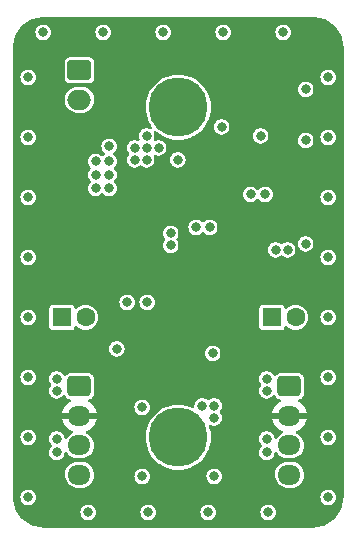
<source format=gbr>
%TF.GenerationSoftware,KiCad,Pcbnew,7.0.6*%
%TF.CreationDate,2024-05-19T20:46:52-05:00*%
%TF.ProjectId,Magic_Wand_Timer,4d616769-635f-4576-916e-645f54696d65,rev?*%
%TF.SameCoordinates,Original*%
%TF.FileFunction,Copper,L3,Inr*%
%TF.FilePolarity,Positive*%
%FSLAX46Y46*%
G04 Gerber Fmt 4.6, Leading zero omitted, Abs format (unit mm)*
G04 Created by KiCad (PCBNEW 7.0.6) date 2024-05-19 20:46:52*
%MOMM*%
%LPD*%
G01*
G04 APERTURE LIST*
G04 Aperture macros list*
%AMRoundRect*
0 Rectangle with rounded corners*
0 $1 Rounding radius*
0 $2 $3 $4 $5 $6 $7 $8 $9 X,Y pos of 4 corners*
0 Add a 4 corners polygon primitive as box body*
4,1,4,$2,$3,$4,$5,$6,$7,$8,$9,$2,$3,0*
0 Add four circle primitives for the rounded corners*
1,1,$1+$1,$2,$3*
1,1,$1+$1,$4,$5*
1,1,$1+$1,$6,$7*
1,1,$1+$1,$8,$9*
0 Add four rect primitives between the rounded corners*
20,1,$1+$1,$2,$3,$4,$5,0*
20,1,$1+$1,$4,$5,$6,$7,0*
20,1,$1+$1,$6,$7,$8,$9,0*
20,1,$1+$1,$8,$9,$2,$3,0*%
G04 Aperture macros list end*
%TA.AperFunction,ComponentPad*%
%ADD10C,5.000000*%
%TD*%
%TA.AperFunction,ComponentPad*%
%ADD11RoundRect,0.250000X-0.725000X0.600000X-0.725000X-0.600000X0.725000X-0.600000X0.725000X0.600000X0*%
%TD*%
%TA.AperFunction,ComponentPad*%
%ADD12O,1.950000X1.700000*%
%TD*%
%TA.AperFunction,ComponentPad*%
%ADD13R,1.600000X1.600000*%
%TD*%
%TA.AperFunction,ComponentPad*%
%ADD14C,1.600000*%
%TD*%
%TA.AperFunction,ComponentPad*%
%ADD15RoundRect,0.250000X-0.750000X0.600000X-0.750000X-0.600000X0.750000X-0.600000X0.750000X0.600000X0*%
%TD*%
%TA.AperFunction,ComponentPad*%
%ADD16O,2.000000X1.700000*%
%TD*%
%TA.AperFunction,ViaPad*%
%ADD17C,0.800000*%
%TD*%
%TA.AperFunction,Profile*%
%ADD18C,0.100000*%
%TD*%
G04 APERTURE END LIST*
D10*
%TO.N,GND*%
%TO.C,H2*%
X166370000Y-91440000D03*
%TD*%
D11*
%TO.N,+12V*%
%TO.C,J1*%
X158005000Y-115055000D03*
D12*
%TO.N,+5V*%
X158005000Y-117555000D03*
%TO.N,GND*%
X158005000Y-120055000D03*
%TO.N,Trigger*%
X158005000Y-122555000D03*
%TD*%
D13*
%TO.N,+12V*%
%TO.C,C5*%
X174304888Y-109220000D03*
D14*
%TO.N,GND*%
X176304888Y-109220000D03*
%TD*%
D15*
%TO.N,Net-(D2-A)*%
%TO.C,J3*%
X158005000Y-88305000D03*
D16*
%TO.N,Net-(D2-K)*%
X158005000Y-90805000D03*
%TD*%
D11*
%TO.N,+12V*%
%TO.C,J2*%
X175785000Y-115055000D03*
D12*
%TO.N,+5V*%
X175785000Y-117555000D03*
%TO.N,GND*%
X175785000Y-120055000D03*
%TO.N,Caddy_Trigger*%
X175785000Y-122555000D03*
%TD*%
D13*
%TO.N,+12V*%
%TO.C,C2*%
X156524888Y-109220000D03*
D14*
%TO.N,GND*%
X158524888Y-109220000D03*
%TD*%
D10*
%TO.N,GND*%
%TO.C,H1*%
X166370000Y-119380000D03*
%TD*%
D17*
%TO.N,+12V*%
X156083000Y-114427000D03*
X156083000Y-115443000D03*
X173863000Y-114427000D03*
X173863000Y-115443000D03*
%TO.N,+5V*%
X173863000Y-116967000D03*
X173863000Y-118110000D03*
X156083000Y-116967000D03*
X156083000Y-118110000D03*
%TO.N,GND*%
X173736000Y-98806000D03*
X172500000Y-98806000D03*
X179070000Y-88900000D03*
X163830000Y-125730000D03*
X165735000Y-103124000D03*
X179070000Y-114300000D03*
X164719000Y-94869000D03*
X163322000Y-122695000D03*
X162052000Y-107950000D03*
X153670000Y-88900000D03*
X168402000Y-116713000D03*
X174625000Y-103505000D03*
X165735000Y-102108000D03*
X162687000Y-94869000D03*
X153670000Y-93980000D03*
X163703000Y-93853000D03*
X153670000Y-119380000D03*
X177165000Y-89916000D03*
X169037000Y-101600000D03*
X173863000Y-120650000D03*
X167894000Y-101600000D03*
X177165000Y-102997000D03*
X160020000Y-85090000D03*
X156083000Y-119507000D03*
X169418000Y-117729000D03*
X154940000Y-85090000D03*
X169291000Y-112268000D03*
X175260000Y-85090000D03*
X179070000Y-99060000D03*
X179070000Y-93980000D03*
X168910000Y-125730000D03*
X163703000Y-95885000D03*
X173990000Y-125730000D03*
X153670000Y-124460000D03*
X179070000Y-109220000D03*
X162687000Y-95885000D03*
X179070000Y-104140000D03*
X163703000Y-94869000D03*
X169418000Y-122682000D03*
X153670000Y-99060000D03*
X163322000Y-116840000D03*
X177165000Y-94234000D03*
X153670000Y-114300000D03*
X170180000Y-85090000D03*
X153670000Y-109220000D03*
X165100000Y-85090000D03*
X175641000Y-103505000D03*
X163750000Y-107950000D03*
X156083000Y-120650000D03*
X179070000Y-119380000D03*
X179070000Y-124460000D03*
X153670000Y-104140000D03*
X173863000Y-119507000D03*
X158750000Y-125730000D03*
X169418000Y-116713000D03*
%TO.N,+5V*%
X170815000Y-119126000D03*
X178308000Y-100838000D03*
X170815000Y-120269000D03*
X161925000Y-120269000D03*
X162814000Y-112268000D03*
X163830000Y-105791000D03*
X162814000Y-105791000D03*
X163825228Y-112268000D03*
X169113200Y-97129600D03*
X163830000Y-104775000D03*
X164846000Y-104775000D03*
X161925000Y-119126000D03*
X162814000Y-104775000D03*
X177190400Y-88087200D03*
X174117000Y-106045000D03*
X164846000Y-105791000D03*
X178308000Y-99949000D03*
%TO.N,Trigger*%
X170053000Y-93091000D03*
X161169500Y-111893500D03*
%TO.N,Net-(D2-A)*%
X160528000Y-98298000D03*
X159385000Y-96012000D03*
X160528000Y-94742000D03*
X159385000Y-98298000D03*
X160528000Y-96012000D03*
X160528000Y-97155000D03*
X159385000Y-97155000D03*
%TO.N,ON_Delay*%
X166332500Y-95885000D03*
X173355000Y-93853000D03*
%TD*%
%TA.AperFunction,Conductor*%
%TO.N,+5V*%
G36*
X177801737Y-83820598D02*
G01*
X177835041Y-83822467D01*
X177915603Y-83826992D01*
X178087691Y-83837401D01*
X178094297Y-83838160D01*
X178165907Y-83850327D01*
X178230343Y-83861277D01*
X178323462Y-83878340D01*
X178379227Y-83888560D01*
X178385198Y-83889963D01*
X178522032Y-83929384D01*
X178662850Y-83973265D01*
X178668092Y-83975164D01*
X178801420Y-84030391D01*
X178934609Y-84090334D01*
X178939147Y-84092605D01*
X179012221Y-84132991D01*
X179066422Y-84162947D01*
X179066439Y-84162956D01*
X179190935Y-84238217D01*
X179194739Y-84240711D01*
X179312726Y-84324427D01*
X179315072Y-84326176D01*
X179410416Y-84400874D01*
X179428332Y-84414910D01*
X179431409Y-84417486D01*
X179539430Y-84514018D01*
X179541957Y-84516408D01*
X179643590Y-84618041D01*
X179645980Y-84620568D01*
X179742512Y-84728589D01*
X179745088Y-84731666D01*
X179833811Y-84844912D01*
X179835571Y-84847272D01*
X179919287Y-84965259D01*
X179921781Y-84969063D01*
X179997043Y-85093560D01*
X180067393Y-85220851D01*
X180069668Y-85225398D01*
X180129609Y-85358581D01*
X180184831Y-85491899D01*
X180186744Y-85497183D01*
X180196100Y-85527205D01*
X180230631Y-85638021D01*
X180270032Y-85774790D01*
X180271440Y-85780781D01*
X180298722Y-85929656D01*
X180321835Y-86065683D01*
X180322599Y-86072330D01*
X180333012Y-86244475D01*
X180339402Y-86358263D01*
X180339500Y-86361741D01*
X180339500Y-124458258D01*
X180339402Y-124461736D01*
X180333012Y-124575524D01*
X180322599Y-124747668D01*
X180321835Y-124754315D01*
X180298722Y-124890343D01*
X180271440Y-125039217D01*
X180270032Y-125045208D01*
X180230625Y-125182001D01*
X180186744Y-125322815D01*
X180184831Y-125328099D01*
X180129609Y-125461418D01*
X180069668Y-125594600D01*
X180067394Y-125599147D01*
X179997043Y-125726439D01*
X179921781Y-125850936D01*
X179919287Y-125854739D01*
X179835571Y-125972726D01*
X179833811Y-125975086D01*
X179745088Y-126088332D01*
X179742512Y-126091409D01*
X179645980Y-126199430D01*
X179643590Y-126201957D01*
X179541957Y-126303590D01*
X179539430Y-126305980D01*
X179431409Y-126402512D01*
X179428332Y-126405088D01*
X179315086Y-126493811D01*
X179312726Y-126495571D01*
X179194739Y-126579287D01*
X179190936Y-126581781D01*
X179066439Y-126657043D01*
X178939147Y-126727394D01*
X178934600Y-126729668D01*
X178801418Y-126789609D01*
X178668099Y-126844831D01*
X178662815Y-126846744D01*
X178545231Y-126883385D01*
X178521990Y-126890627D01*
X178385208Y-126930032D01*
X178379217Y-126931440D01*
X178230343Y-126958722D01*
X178094315Y-126981835D01*
X178087668Y-126982599D01*
X177915524Y-126993012D01*
X177801736Y-126999402D01*
X177798258Y-126999500D01*
X154941742Y-126999500D01*
X154938265Y-126999402D01*
X154824475Y-126993012D01*
X154652330Y-126982599D01*
X154645683Y-126981835D01*
X154509656Y-126958722D01*
X154360781Y-126931440D01*
X154354790Y-126930032D01*
X154218021Y-126890631D01*
X154150634Y-126869633D01*
X154077183Y-126846744D01*
X154071899Y-126844831D01*
X153938581Y-126789609D01*
X153805398Y-126729668D01*
X153800851Y-126727393D01*
X153673560Y-126657043D01*
X153549063Y-126581781D01*
X153545259Y-126579287D01*
X153427272Y-126495571D01*
X153424912Y-126493811D01*
X153311666Y-126405088D01*
X153308589Y-126402512D01*
X153200568Y-126305980D01*
X153198041Y-126303590D01*
X153096408Y-126201957D01*
X153094018Y-126199430D01*
X152997486Y-126091409D01*
X152994910Y-126088332D01*
X152980874Y-126070416D01*
X152906176Y-125975072D01*
X152904427Y-125972726D01*
X152844155Y-125887781D01*
X152820710Y-125854738D01*
X152818217Y-125850935D01*
X152745109Y-125730000D01*
X158090693Y-125730000D01*
X158109850Y-125887781D01*
X158166214Y-126036397D01*
X158204186Y-126091409D01*
X158256502Y-126167201D01*
X158256504Y-126167203D01*
X158256506Y-126167205D01*
X158375469Y-126272598D01*
X158375471Y-126272599D01*
X158516207Y-126346463D01*
X158560130Y-126357289D01*
X158670528Y-126384500D01*
X158670529Y-126384500D01*
X158829472Y-126384500D01*
X158880911Y-126371820D01*
X158983793Y-126346463D01*
X159124529Y-126272599D01*
X159243498Y-126167201D01*
X159333787Y-126036395D01*
X159390149Y-125887782D01*
X159409307Y-125730000D01*
X163170693Y-125730000D01*
X163189850Y-125887781D01*
X163246214Y-126036397D01*
X163284186Y-126091409D01*
X163336502Y-126167201D01*
X163336504Y-126167203D01*
X163336506Y-126167205D01*
X163455469Y-126272598D01*
X163455471Y-126272599D01*
X163596207Y-126346463D01*
X163640130Y-126357289D01*
X163750528Y-126384500D01*
X163750529Y-126384500D01*
X163909472Y-126384500D01*
X163960911Y-126371821D01*
X164063793Y-126346463D01*
X164204529Y-126272599D01*
X164323498Y-126167201D01*
X164413787Y-126036395D01*
X164470149Y-125887782D01*
X164489307Y-125730000D01*
X168250693Y-125730000D01*
X168269850Y-125887781D01*
X168326214Y-126036397D01*
X168364186Y-126091409D01*
X168416502Y-126167201D01*
X168416504Y-126167203D01*
X168416506Y-126167205D01*
X168535469Y-126272598D01*
X168535471Y-126272599D01*
X168676207Y-126346463D01*
X168720130Y-126357289D01*
X168830528Y-126384500D01*
X168830529Y-126384500D01*
X168989472Y-126384500D01*
X169040911Y-126371820D01*
X169143793Y-126346463D01*
X169284529Y-126272599D01*
X169403498Y-126167201D01*
X169493787Y-126036395D01*
X169550149Y-125887782D01*
X169569307Y-125730000D01*
X173330693Y-125730000D01*
X173349850Y-125887781D01*
X173406214Y-126036397D01*
X173444186Y-126091409D01*
X173496502Y-126167201D01*
X173496504Y-126167203D01*
X173496506Y-126167205D01*
X173615469Y-126272598D01*
X173615471Y-126272599D01*
X173756207Y-126346463D01*
X173800130Y-126357289D01*
X173910528Y-126384500D01*
X173910529Y-126384500D01*
X174069472Y-126384500D01*
X174120911Y-126371821D01*
X174223793Y-126346463D01*
X174364529Y-126272599D01*
X174483498Y-126167201D01*
X174573787Y-126036395D01*
X174630149Y-125887782D01*
X174649307Y-125730000D01*
X174630149Y-125572218D01*
X174573787Y-125423605D01*
X174483498Y-125292799D01*
X174483495Y-125292796D01*
X174483493Y-125292794D01*
X174364530Y-125187401D01*
X174223791Y-125113536D01*
X174069472Y-125075500D01*
X174069471Y-125075500D01*
X173910529Y-125075500D01*
X173910528Y-125075500D01*
X173756208Y-125113536D01*
X173615469Y-125187401D01*
X173496506Y-125292794D01*
X173496500Y-125292801D01*
X173406214Y-125423602D01*
X173349850Y-125572218D01*
X173330693Y-125729999D01*
X173330693Y-125730000D01*
X169569307Y-125730000D01*
X169550149Y-125572218D01*
X169493787Y-125423605D01*
X169403498Y-125292799D01*
X169403495Y-125292796D01*
X169403493Y-125292794D01*
X169284530Y-125187401D01*
X169143791Y-125113536D01*
X168989472Y-125075500D01*
X168989471Y-125075500D01*
X168830529Y-125075500D01*
X168830528Y-125075500D01*
X168676208Y-125113536D01*
X168535469Y-125187401D01*
X168416506Y-125292794D01*
X168416500Y-125292801D01*
X168326214Y-125423602D01*
X168269850Y-125572218D01*
X168250693Y-125729999D01*
X168250693Y-125730000D01*
X164489307Y-125730000D01*
X164470149Y-125572218D01*
X164413787Y-125423605D01*
X164323498Y-125292799D01*
X164323495Y-125292796D01*
X164323493Y-125292794D01*
X164204530Y-125187401D01*
X164063791Y-125113536D01*
X163909472Y-125075500D01*
X163909471Y-125075500D01*
X163750529Y-125075500D01*
X163750528Y-125075500D01*
X163596208Y-125113536D01*
X163455469Y-125187401D01*
X163336506Y-125292794D01*
X163336500Y-125292801D01*
X163246214Y-125423602D01*
X163189850Y-125572218D01*
X163170693Y-125729999D01*
X163170693Y-125730000D01*
X159409307Y-125730000D01*
X159390149Y-125572218D01*
X159333787Y-125423605D01*
X159243498Y-125292799D01*
X159243495Y-125292796D01*
X159243493Y-125292794D01*
X159124530Y-125187401D01*
X158983791Y-125113536D01*
X158829472Y-125075500D01*
X158829471Y-125075500D01*
X158670529Y-125075500D01*
X158670528Y-125075500D01*
X158516208Y-125113536D01*
X158375469Y-125187401D01*
X158256506Y-125292794D01*
X158256500Y-125292801D01*
X158166214Y-125423602D01*
X158109850Y-125572218D01*
X158090693Y-125729999D01*
X158090693Y-125730000D01*
X152745109Y-125730000D01*
X152742956Y-125726439D01*
X152672605Y-125599147D01*
X152670330Y-125594600D01*
X152610390Y-125461418D01*
X152555167Y-125328099D01*
X152553265Y-125322850D01*
X152509375Y-125182001D01*
X152469963Y-125045198D01*
X152468560Y-125039227D01*
X152442534Y-124897205D01*
X152441277Y-124890343D01*
X152430327Y-124825907D01*
X152418160Y-124754297D01*
X152417401Y-124747691D01*
X152406994Y-124575652D01*
X152400596Y-124461717D01*
X152400548Y-124460000D01*
X153010693Y-124460000D01*
X153029850Y-124617781D01*
X153070427Y-124724773D01*
X153086213Y-124766395D01*
X153176502Y-124897201D01*
X153176504Y-124897203D01*
X153176506Y-124897205D01*
X153295469Y-125002598D01*
X153295471Y-125002599D01*
X153436207Y-125076463D01*
X153513368Y-125095481D01*
X153590528Y-125114500D01*
X153590529Y-125114500D01*
X153749472Y-125114500D01*
X153800911Y-125101820D01*
X153903793Y-125076463D01*
X154044529Y-125002599D01*
X154163498Y-124897201D01*
X154253787Y-124766395D01*
X154310149Y-124617782D01*
X154329307Y-124460000D01*
X178410693Y-124460000D01*
X178429850Y-124617781D01*
X178470427Y-124724773D01*
X178486213Y-124766395D01*
X178576502Y-124897201D01*
X178576504Y-124897203D01*
X178576506Y-124897205D01*
X178695469Y-125002598D01*
X178695471Y-125002599D01*
X178836207Y-125076463D01*
X178913367Y-125095481D01*
X178990528Y-125114500D01*
X178990529Y-125114500D01*
X179149472Y-125114500D01*
X179200911Y-125101821D01*
X179303793Y-125076463D01*
X179444529Y-125002599D01*
X179563498Y-124897201D01*
X179653787Y-124766395D01*
X179710149Y-124617782D01*
X179729307Y-124460000D01*
X179729095Y-124458258D01*
X179710149Y-124302218D01*
X179710148Y-124302218D01*
X179653787Y-124153605D01*
X179563498Y-124022799D01*
X179563495Y-124022796D01*
X179563493Y-124022794D01*
X179444530Y-123917401D01*
X179303791Y-123843536D01*
X179149472Y-123805500D01*
X179149471Y-123805500D01*
X178990529Y-123805500D01*
X178990528Y-123805500D01*
X178836208Y-123843536D01*
X178695469Y-123917401D01*
X178576506Y-124022794D01*
X178576500Y-124022801D01*
X178486214Y-124153602D01*
X178429850Y-124302218D01*
X178410693Y-124459999D01*
X178410693Y-124460000D01*
X154329307Y-124460000D01*
X154329095Y-124458258D01*
X154310149Y-124302218D01*
X154310148Y-124302218D01*
X154253787Y-124153605D01*
X154163498Y-124022799D01*
X154163495Y-124022796D01*
X154163493Y-124022794D01*
X154044530Y-123917401D01*
X153903791Y-123843536D01*
X153749472Y-123805500D01*
X153749471Y-123805500D01*
X153590529Y-123805500D01*
X153590528Y-123805500D01*
X153436208Y-123843536D01*
X153295469Y-123917401D01*
X153176506Y-124022794D01*
X153176500Y-124022801D01*
X153086214Y-124153602D01*
X153029850Y-124302218D01*
X153010693Y-124459999D01*
X153010693Y-124460000D01*
X152400548Y-124460000D01*
X152400500Y-124458294D01*
X152400500Y-122502210D01*
X156771733Y-122502210D01*
X156781768Y-122712899D01*
X156831498Y-122917886D01*
X156831498Y-122917888D01*
X156919123Y-123109762D01*
X156919127Y-123109768D01*
X157041473Y-123281579D01*
X157041478Y-123281584D01*
X157194138Y-123427145D01*
X157371587Y-123541184D01*
X157567411Y-123619580D01*
X157774533Y-123659500D01*
X158182618Y-123659500D01*
X158324944Y-123645908D01*
X158339979Y-123644473D01*
X158542368Y-123585047D01*
X158729854Y-123488391D01*
X158895659Y-123358000D01*
X159033792Y-123198587D01*
X159139259Y-123015913D01*
X159208248Y-122816580D01*
X159225729Y-122695000D01*
X162662693Y-122695000D01*
X162681850Y-122852781D01*
X162706543Y-122917890D01*
X162733283Y-122988397D01*
X162738214Y-123001397D01*
X162813013Y-123109762D01*
X162828502Y-123132201D01*
X162828504Y-123132203D01*
X162828506Y-123132205D01*
X162947469Y-123237598D01*
X162947471Y-123237599D01*
X163088207Y-123311463D01*
X163165367Y-123330481D01*
X163242528Y-123349500D01*
X163242529Y-123349500D01*
X163401472Y-123349500D01*
X163454214Y-123336500D01*
X163555793Y-123311463D01*
X163696529Y-123237599D01*
X163815498Y-123132201D01*
X163905787Y-123001395D01*
X163962149Y-122852782D01*
X163981307Y-122695000D01*
X163979728Y-122682000D01*
X168758693Y-122682000D01*
X168777850Y-122839781D01*
X168834214Y-122988397D01*
X168853207Y-123015913D01*
X168924502Y-123119201D01*
X168924504Y-123119203D01*
X168924506Y-123119205D01*
X169043469Y-123224598D01*
X169043471Y-123224599D01*
X169184207Y-123298463D01*
X169236950Y-123311463D01*
X169338528Y-123336500D01*
X169338529Y-123336500D01*
X169497472Y-123336500D01*
X169548911Y-123323820D01*
X169651793Y-123298463D01*
X169792529Y-123224599D01*
X169911498Y-123119201D01*
X170001787Y-122988395D01*
X170058149Y-122839782D01*
X170077307Y-122682000D01*
X170058149Y-122524218D01*
X170049802Y-122502210D01*
X174551733Y-122502210D01*
X174561768Y-122712899D01*
X174611498Y-122917886D01*
X174611498Y-122917888D01*
X174699123Y-123109762D01*
X174699127Y-123109768D01*
X174821473Y-123281579D01*
X174821478Y-123281584D01*
X174974138Y-123427145D01*
X175151587Y-123541184D01*
X175347411Y-123619580D01*
X175554533Y-123659500D01*
X175962618Y-123659500D01*
X176104944Y-123645908D01*
X176119979Y-123644473D01*
X176322368Y-123585047D01*
X176509854Y-123488391D01*
X176675659Y-123358000D01*
X176813792Y-123198587D01*
X176919259Y-123015913D01*
X176988248Y-122816580D01*
X177018267Y-122607793D01*
X177008231Y-122397098D01*
X176958501Y-122192110D01*
X176906634Y-122078537D01*
X176870876Y-122000237D01*
X176870872Y-122000231D01*
X176748526Y-121828420D01*
X176748520Y-121828414D01*
X176595864Y-121682857D01*
X176595862Y-121682855D01*
X176418413Y-121568816D01*
X176222589Y-121490420D01*
X176015467Y-121450500D01*
X175607387Y-121450500D01*
X175607382Y-121450500D01*
X175450031Y-121465525D01*
X175450014Y-121465528D01*
X175247635Y-121524951D01*
X175060141Y-121621611D01*
X174894343Y-121751997D01*
X174894339Y-121752001D01*
X174756205Y-121911415D01*
X174650741Y-122094085D01*
X174581753Y-122293414D01*
X174581752Y-122293419D01*
X174581752Y-122293420D01*
X174566846Y-122397098D01*
X174551733Y-122502210D01*
X170049802Y-122502210D01*
X170001787Y-122375605D01*
X169911498Y-122244799D01*
X169911495Y-122244796D01*
X169911493Y-122244794D01*
X169792530Y-122139401D01*
X169651791Y-122065536D01*
X169497472Y-122027500D01*
X169497471Y-122027500D01*
X169338529Y-122027500D01*
X169338528Y-122027500D01*
X169184208Y-122065536D01*
X169043469Y-122139401D01*
X168924506Y-122244794D01*
X168924500Y-122244801D01*
X168834214Y-122375602D01*
X168777850Y-122524218D01*
X168758693Y-122681999D01*
X168758693Y-122682000D01*
X163979728Y-122682000D01*
X163979728Y-122681999D01*
X163962149Y-122537218D01*
X163948871Y-122502207D01*
X163905787Y-122388605D01*
X163815498Y-122257799D01*
X163815495Y-122257796D01*
X163815493Y-122257794D01*
X163696530Y-122152401D01*
X163555791Y-122078536D01*
X163401472Y-122040500D01*
X163401471Y-122040500D01*
X163242529Y-122040500D01*
X163242528Y-122040500D01*
X163088208Y-122078536D01*
X162947469Y-122152401D01*
X162828506Y-122257794D01*
X162828500Y-122257801D01*
X162738214Y-122388602D01*
X162681850Y-122537218D01*
X162662693Y-122694999D01*
X162662693Y-122695000D01*
X159225729Y-122695000D01*
X159238267Y-122607793D01*
X159228231Y-122397098D01*
X159178501Y-122192110D01*
X159126634Y-122078537D01*
X159090876Y-122000237D01*
X159090872Y-122000231D01*
X158968526Y-121828420D01*
X158968520Y-121828414D01*
X158815864Y-121682857D01*
X158815862Y-121682855D01*
X158638413Y-121568816D01*
X158442589Y-121490420D01*
X158235467Y-121450500D01*
X157827387Y-121450500D01*
X157827382Y-121450500D01*
X157670031Y-121465525D01*
X157670014Y-121465528D01*
X157467635Y-121524951D01*
X157280141Y-121621611D01*
X157114343Y-121751997D01*
X157114339Y-121752001D01*
X156976205Y-121911415D01*
X156870741Y-122094085D01*
X156801753Y-122293414D01*
X156801752Y-122293419D01*
X156801752Y-122293420D01*
X156786846Y-122397098D01*
X156771733Y-122502210D01*
X152400500Y-122502210D01*
X152400500Y-120650000D01*
X155423693Y-120650000D01*
X155442850Y-120807781D01*
X155461896Y-120858000D01*
X155499213Y-120956395D01*
X155589502Y-121087201D01*
X155589504Y-121087203D01*
X155589506Y-121087205D01*
X155708469Y-121192598D01*
X155708471Y-121192599D01*
X155849207Y-121266463D01*
X155926368Y-121285481D01*
X156003528Y-121304500D01*
X156003529Y-121304500D01*
X156162472Y-121304500D01*
X156213911Y-121291820D01*
X156316793Y-121266463D01*
X156457529Y-121192599D01*
X156576498Y-121087201D01*
X156666787Y-120956395D01*
X156723149Y-120807782D01*
X156733682Y-120721033D01*
X156761302Y-120656858D01*
X156819236Y-120617800D01*
X156889088Y-120616265D01*
X156948683Y-120652738D01*
X156957784Y-120664054D01*
X157041473Y-120781579D01*
X157041478Y-120781584D01*
X157194138Y-120927145D01*
X157371587Y-121041184D01*
X157567411Y-121119580D01*
X157774533Y-121159500D01*
X158182618Y-121159500D01*
X158324944Y-121145908D01*
X158339979Y-121144473D01*
X158542368Y-121085047D01*
X158729854Y-120988391D01*
X158895659Y-120858000D01*
X159033792Y-120698587D01*
X159139259Y-120515913D01*
X159208248Y-120316580D01*
X159238267Y-120107793D01*
X159228231Y-119897098D01*
X159178501Y-119692110D01*
X159108022Y-119537782D01*
X159090876Y-119500237D01*
X159090872Y-119500231D01*
X159005256Y-119380000D01*
X163610465Y-119380000D01*
X163630584Y-119712619D01*
X163630584Y-119712624D01*
X163630585Y-119712625D01*
X163690652Y-120040400D01*
X163690653Y-120040404D01*
X163690654Y-120040408D01*
X163789783Y-120358526D01*
X163789787Y-120358537D01*
X163789788Y-120358540D01*
X163789790Y-120358545D01*
X163926553Y-120662420D01*
X164086585Y-120927145D01*
X164098946Y-120947593D01*
X164098952Y-120947602D01*
X164304460Y-121209913D01*
X164540086Y-121445539D01*
X164764822Y-121621609D01*
X164802405Y-121651053D01*
X165087580Y-121823447D01*
X165391455Y-121960210D01*
X165391465Y-121960213D01*
X165391473Y-121960216D01*
X165519906Y-122000237D01*
X165709600Y-122059348D01*
X166037375Y-122119415D01*
X166370000Y-122139535D01*
X166702625Y-122119415D01*
X167030400Y-122059348D01*
X167348545Y-121960210D01*
X167652420Y-121823447D01*
X167937595Y-121651053D01*
X168199910Y-121445542D01*
X168435542Y-121209910D01*
X168641053Y-120947595D01*
X168813447Y-120662420D01*
X168819037Y-120650000D01*
X173203693Y-120650000D01*
X173222850Y-120807781D01*
X173241896Y-120858000D01*
X173279213Y-120956395D01*
X173369502Y-121087201D01*
X173369504Y-121087203D01*
X173369506Y-121087205D01*
X173488469Y-121192598D01*
X173488471Y-121192599D01*
X173629207Y-121266463D01*
X173706368Y-121285481D01*
X173783528Y-121304500D01*
X173783529Y-121304500D01*
X173942472Y-121304500D01*
X173993911Y-121291820D01*
X174096793Y-121266463D01*
X174237529Y-121192599D01*
X174356498Y-121087201D01*
X174446787Y-120956395D01*
X174503149Y-120807782D01*
X174513682Y-120721033D01*
X174541302Y-120656858D01*
X174599236Y-120617800D01*
X174669088Y-120616265D01*
X174728683Y-120652738D01*
X174737784Y-120664054D01*
X174821473Y-120781579D01*
X174821478Y-120781584D01*
X174974138Y-120927145D01*
X175151587Y-121041184D01*
X175347411Y-121119580D01*
X175554533Y-121159500D01*
X175962618Y-121159500D01*
X176104944Y-121145908D01*
X176119979Y-121144473D01*
X176322368Y-121085047D01*
X176509854Y-120988391D01*
X176675659Y-120858000D01*
X176813792Y-120698587D01*
X176919259Y-120515913D01*
X176988248Y-120316580D01*
X177018267Y-120107793D01*
X177008231Y-119897098D01*
X176958501Y-119692110D01*
X176888022Y-119537782D01*
X176870876Y-119500237D01*
X176870872Y-119500231D01*
X176785256Y-119380000D01*
X178410693Y-119380000D01*
X178429850Y-119537781D01*
X178486214Y-119686397D01*
X178504314Y-119712619D01*
X178576502Y-119817201D01*
X178576504Y-119817203D01*
X178576506Y-119817205D01*
X178695469Y-119922598D01*
X178695471Y-119922599D01*
X178836207Y-119996463D01*
X178913367Y-120015481D01*
X178990528Y-120034500D01*
X178990529Y-120034500D01*
X179149472Y-120034500D01*
X179200911Y-120021820D01*
X179303793Y-119996463D01*
X179444529Y-119922599D01*
X179563498Y-119817201D01*
X179653787Y-119686395D01*
X179710149Y-119537782D01*
X179729307Y-119380000D01*
X179725569Y-119349218D01*
X179710149Y-119222218D01*
X179695220Y-119182855D01*
X179653787Y-119073605D01*
X179651156Y-119069794D01*
X179620205Y-119024953D01*
X179563498Y-118942799D01*
X179563495Y-118942796D01*
X179563493Y-118942794D01*
X179444530Y-118837401D01*
X179303791Y-118763536D01*
X179149472Y-118725500D01*
X179149471Y-118725500D01*
X178990529Y-118725500D01*
X178990528Y-118725500D01*
X178836208Y-118763536D01*
X178695469Y-118837401D01*
X178576506Y-118942794D01*
X178576500Y-118942801D01*
X178486214Y-119073602D01*
X178429850Y-119222218D01*
X178410693Y-119379999D01*
X178410693Y-119380000D01*
X176785256Y-119380000D01*
X176748526Y-119328420D01*
X176748520Y-119328414D01*
X176614478Y-119200605D01*
X176595862Y-119182855D01*
X176418413Y-119068816D01*
X176408402Y-119064808D01*
X176382772Y-119054547D01*
X176327851Y-119011356D01*
X176304999Y-118945329D01*
X176321472Y-118877429D01*
X176372040Y-118829214D01*
X176376455Y-118827048D01*
X176587573Y-118728602D01*
X176587579Y-118728599D01*
X176781073Y-118593113D01*
X176781079Y-118593108D01*
X176948105Y-118426082D01*
X177083600Y-118232578D01*
X177183429Y-118018492D01*
X177183432Y-118018486D01*
X177240636Y-117805000D01*
X176188969Y-117805000D01*
X176221519Y-117754351D01*
X176260000Y-117623295D01*
X176260000Y-117486705D01*
X176221519Y-117355649D01*
X176188969Y-117305000D01*
X177240636Y-117305000D01*
X177240635Y-117304999D01*
X177183432Y-117091513D01*
X177183429Y-117091507D01*
X177083600Y-116877422D01*
X177083599Y-116877420D01*
X176948113Y-116683926D01*
X176948108Y-116683920D01*
X176781079Y-116516891D01*
X176781073Y-116516886D01*
X176587575Y-116381397D01*
X176586417Y-116380729D01*
X176586009Y-116380301D01*
X176583144Y-116378295D01*
X176583547Y-116377718D01*
X176538204Y-116330158D01*
X176524986Y-116261550D01*
X176550959Y-116196688D01*
X176607876Y-116156163D01*
X176617324Y-116153420D01*
X176693826Y-116124885D01*
X176754267Y-116102342D01*
X176870404Y-116015404D01*
X176957342Y-115899267D01*
X177008040Y-115763342D01*
X177010800Y-115737664D01*
X177014499Y-115703271D01*
X177014499Y-115703264D01*
X177014500Y-115703255D01*
X177014499Y-114406746D01*
X177008040Y-114346658D01*
X176990637Y-114300000D01*
X178410693Y-114300000D01*
X178429850Y-114457781D01*
X178470427Y-114564773D01*
X178486213Y-114606395D01*
X178576502Y-114737201D01*
X178576504Y-114737203D01*
X178576506Y-114737205D01*
X178695469Y-114842598D01*
X178695471Y-114842599D01*
X178836207Y-114916463D01*
X178913367Y-114935481D01*
X178990528Y-114954500D01*
X178990529Y-114954500D01*
X179149472Y-114954500D01*
X179200911Y-114941821D01*
X179303793Y-114916463D01*
X179444529Y-114842599D01*
X179563498Y-114737201D01*
X179653787Y-114606395D01*
X179710149Y-114457782D01*
X179729307Y-114300000D01*
X179725569Y-114269218D01*
X179710149Y-114142218D01*
X179659117Y-114007660D01*
X179653787Y-113993605D01*
X179651156Y-113989794D01*
X179563499Y-113862801D01*
X179563498Y-113862799D01*
X179563495Y-113862796D01*
X179563493Y-113862794D01*
X179444530Y-113757401D01*
X179303791Y-113683536D01*
X179149472Y-113645500D01*
X179149471Y-113645500D01*
X178990529Y-113645500D01*
X178990528Y-113645500D01*
X178836208Y-113683536D01*
X178695469Y-113757401D01*
X178576506Y-113862794D01*
X178576500Y-113862801D01*
X178486214Y-113993602D01*
X178429850Y-114142218D01*
X178410693Y-114299999D01*
X178410693Y-114300000D01*
X176990637Y-114300000D01*
X176957342Y-114210733D01*
X176894844Y-114127244D01*
X176870404Y-114094595D01*
X176793126Y-114036747D01*
X176754267Y-114007658D01*
X176618342Y-113956960D01*
X176618338Y-113956959D01*
X176558262Y-113950500D01*
X175011748Y-113950500D01*
X175011742Y-113950501D01*
X174951655Y-113956960D01*
X174815738Y-114007655D01*
X174815730Y-114007660D01*
X174699594Y-114094596D01*
X174660455Y-114146881D01*
X174604522Y-114188753D01*
X174534830Y-114193737D01*
X174473507Y-114160252D01*
X174451684Y-114126502D01*
X174450271Y-114127244D01*
X174446789Y-114120611D01*
X174446787Y-114120605D01*
X174356498Y-113989799D01*
X174356495Y-113989796D01*
X174356493Y-113989794D01*
X174237530Y-113884401D01*
X174096791Y-113810536D01*
X173942472Y-113772500D01*
X173942471Y-113772500D01*
X173783529Y-113772500D01*
X173783528Y-113772500D01*
X173629208Y-113810536D01*
X173488469Y-113884401D01*
X173369506Y-113989794D01*
X173369500Y-113989801D01*
X173279214Y-114120602D01*
X173222850Y-114269218D01*
X173203693Y-114426999D01*
X173203693Y-114427000D01*
X173222850Y-114584781D01*
X173279214Y-114733397D01*
X173369749Y-114864560D01*
X173391632Y-114930915D01*
X173374166Y-114998566D01*
X173369749Y-115005440D01*
X173279214Y-115136602D01*
X173222850Y-115285218D01*
X173203693Y-115442999D01*
X173203693Y-115443000D01*
X173222850Y-115600781D01*
X173261714Y-115703254D01*
X173279213Y-115749395D01*
X173369502Y-115880201D01*
X173369504Y-115880203D01*
X173369506Y-115880205D01*
X173488469Y-115985598D01*
X173488471Y-115985599D01*
X173629207Y-116059463D01*
X173706368Y-116078481D01*
X173783528Y-116097500D01*
X173783529Y-116097500D01*
X173942472Y-116097500D01*
X173993911Y-116084821D01*
X174096793Y-116059463D01*
X174237529Y-115985599D01*
X174356498Y-115880201D01*
X174383067Y-115841708D01*
X174437350Y-115797717D01*
X174506799Y-115790057D01*
X174569364Y-115821160D01*
X174601297Y-115868810D01*
X174612658Y-115899267D01*
X174641747Y-115938126D01*
X174699595Y-116015404D01*
X174757166Y-116058500D01*
X174815733Y-116102342D01*
X174951658Y-116153040D01*
X174951661Y-116153040D01*
X174958926Y-116155750D01*
X174958326Y-116157357D01*
X175010808Y-116187243D01*
X175043193Y-116249154D01*
X175036966Y-116318745D01*
X174994104Y-116373923D01*
X174983583Y-116380729D01*
X174982424Y-116381397D01*
X174788926Y-116516886D01*
X174788920Y-116516891D01*
X174621894Y-116683917D01*
X174486399Y-116877421D01*
X174386570Y-117091507D01*
X174386567Y-117091513D01*
X174329364Y-117304999D01*
X174329364Y-117305000D01*
X175381031Y-117305000D01*
X175348481Y-117355649D01*
X175310000Y-117486705D01*
X175310000Y-117623295D01*
X175348481Y-117754351D01*
X175381031Y-117805000D01*
X174329364Y-117805000D01*
X174386567Y-118018486D01*
X174386570Y-118018492D01*
X174486399Y-118232577D01*
X174486400Y-118232579D01*
X174621886Y-118426073D01*
X174621891Y-118426079D01*
X174788920Y-118593108D01*
X174788926Y-118593113D01*
X174982420Y-118728599D01*
X174982422Y-118728600D01*
X175194476Y-118827483D01*
X175246915Y-118873655D01*
X175266067Y-118940849D01*
X175245851Y-119007730D01*
X175198891Y-119050080D01*
X175060145Y-119121608D01*
X174894343Y-119251997D01*
X174894339Y-119252001D01*
X174756205Y-119411415D01*
X174739072Y-119441091D01*
X174688504Y-119489306D01*
X174619897Y-119502527D01*
X174555033Y-119476558D01*
X174514505Y-119419643D01*
X174508591Y-119394039D01*
X174503149Y-119349218D01*
X174446787Y-119200605D01*
X174356498Y-119069799D01*
X174356495Y-119069796D01*
X174356493Y-119069794D01*
X174237530Y-118964401D01*
X174096791Y-118890536D01*
X173942472Y-118852500D01*
X173942471Y-118852500D01*
X173783529Y-118852500D01*
X173783528Y-118852500D01*
X173629208Y-118890536D01*
X173488469Y-118964401D01*
X173369506Y-119069794D01*
X173369500Y-119069801D01*
X173279214Y-119200602D01*
X173222850Y-119349218D01*
X173203693Y-119506999D01*
X173203693Y-119507000D01*
X173222850Y-119664781D01*
X173263427Y-119771773D01*
X173271637Y-119793420D01*
X173279214Y-119813397D01*
X173354591Y-119922599D01*
X173369502Y-119944201D01*
X173369504Y-119944203D01*
X173369507Y-119944206D01*
X173416327Y-119985686D01*
X173453453Y-120044876D01*
X173452685Y-120114741D01*
X173416327Y-120171314D01*
X173369507Y-120212793D01*
X173369500Y-120212801D01*
X173279214Y-120343602D01*
X173222850Y-120492218D01*
X173203693Y-120649999D01*
X173203693Y-120650000D01*
X168819037Y-120650000D01*
X168950210Y-120358545D01*
X168954866Y-120343605D01*
X168995594Y-120212902D01*
X169049348Y-120040400D01*
X169109415Y-119712625D01*
X169129535Y-119380000D01*
X169109415Y-119047375D01*
X169049348Y-118719600D01*
X169009933Y-118593113D01*
X168972660Y-118473498D01*
X168971508Y-118403638D01*
X169008309Y-118344246D01*
X169071378Y-118314178D01*
X169140691Y-118322980D01*
X169148671Y-118326812D01*
X169184207Y-118345463D01*
X169184206Y-118345463D01*
X169338528Y-118383500D01*
X169338529Y-118383500D01*
X169497472Y-118383500D01*
X169548911Y-118370820D01*
X169651793Y-118345463D01*
X169792529Y-118271599D01*
X169911498Y-118166201D01*
X170001787Y-118035395D01*
X170058149Y-117886782D01*
X170077307Y-117729000D01*
X170074069Y-117702336D01*
X170058149Y-117571218D01*
X170050136Y-117550090D01*
X170001787Y-117422605D01*
X169911498Y-117291799D01*
X169911497Y-117291798D01*
X169911250Y-117291440D01*
X169889367Y-117225086D01*
X169906832Y-117157434D01*
X169911250Y-117150560D01*
X169939970Y-117108952D01*
X170001787Y-117019395D01*
X170058149Y-116870782D01*
X170077307Y-116713000D01*
X170073569Y-116682218D01*
X170058149Y-116555218D01*
X170043611Y-116516886D01*
X170001787Y-116406605D01*
X169999156Y-116402794D01*
X169949019Y-116330158D01*
X169911498Y-116275799D01*
X169911495Y-116275796D01*
X169911493Y-116275794D01*
X169792530Y-116170401D01*
X169651791Y-116096536D01*
X169497472Y-116058500D01*
X169497471Y-116058500D01*
X169338529Y-116058500D01*
X169338528Y-116058500D01*
X169184208Y-116096536D01*
X169043469Y-116170401D01*
X168992227Y-116215799D01*
X168928994Y-116245521D01*
X168859731Y-116236337D01*
X168827773Y-116215799D01*
X168776530Y-116170401D01*
X168635791Y-116096536D01*
X168481472Y-116058500D01*
X168481471Y-116058500D01*
X168322529Y-116058500D01*
X168322528Y-116058500D01*
X168168208Y-116096536D01*
X168027469Y-116170401D01*
X167908506Y-116275794D01*
X167908500Y-116275801D01*
X167818214Y-116406602D01*
X167761850Y-116555218D01*
X167742693Y-116712999D01*
X167742693Y-116713001D01*
X167750123Y-116774200D01*
X167738662Y-116843123D01*
X167691757Y-116894909D01*
X167624301Y-116913115D01*
X167576138Y-116902221D01*
X167348545Y-116799790D01*
X167348540Y-116799788D01*
X167348537Y-116799787D01*
X167348526Y-116799783D01*
X167030408Y-116700654D01*
X167030404Y-116700653D01*
X167030400Y-116700652D01*
X166702625Y-116640585D01*
X166702624Y-116640584D01*
X166702619Y-116640584D01*
X166370000Y-116620465D01*
X166037380Y-116640584D01*
X166037374Y-116640585D01*
X166037375Y-116640585D01*
X165709600Y-116700652D01*
X165709597Y-116700652D01*
X165709591Y-116700654D01*
X165391473Y-116799783D01*
X165391462Y-116799787D01*
X165087584Y-116936551D01*
X165087582Y-116936552D01*
X164802406Y-117108946D01*
X164802397Y-117108952D01*
X164540086Y-117314460D01*
X164304460Y-117550086D01*
X164098952Y-117812397D01*
X164098946Y-117812406D01*
X164010506Y-117958705D01*
X163967407Y-118030000D01*
X163926552Y-118097582D01*
X163926551Y-118097584D01*
X163789787Y-118401462D01*
X163789783Y-118401473D01*
X163690654Y-118719591D01*
X163690652Y-118719597D01*
X163690652Y-118719600D01*
X163661729Y-118877429D01*
X163630584Y-119047380D01*
X163610465Y-119380000D01*
X159005256Y-119380000D01*
X158968526Y-119328420D01*
X158968520Y-119328414D01*
X158834478Y-119200605D01*
X158815862Y-119182855D01*
X158638413Y-119068816D01*
X158628402Y-119064808D01*
X158602772Y-119054547D01*
X158547851Y-119011356D01*
X158524999Y-118945329D01*
X158541472Y-118877429D01*
X158592040Y-118829214D01*
X158596455Y-118827048D01*
X158807573Y-118728602D01*
X158807579Y-118728599D01*
X159001073Y-118593113D01*
X159001079Y-118593108D01*
X159168105Y-118426082D01*
X159303600Y-118232578D01*
X159403429Y-118018492D01*
X159403432Y-118018486D01*
X159460636Y-117805000D01*
X158408969Y-117805000D01*
X158441519Y-117754351D01*
X158480000Y-117623295D01*
X158480000Y-117486705D01*
X158441519Y-117355649D01*
X158408969Y-117305000D01*
X159460636Y-117305000D01*
X159460635Y-117304999D01*
X159403432Y-117091513D01*
X159403429Y-117091507D01*
X159303600Y-116877422D01*
X159303599Y-116877420D01*
X159277397Y-116840000D01*
X162662693Y-116840000D01*
X162681850Y-116997781D01*
X162738214Y-117146397D01*
X162803336Y-117240742D01*
X162828502Y-117277201D01*
X162828504Y-117277203D01*
X162828506Y-117277205D01*
X162947469Y-117382598D01*
X162947471Y-117382599D01*
X163088207Y-117456463D01*
X163128450Y-117466382D01*
X163242528Y-117494500D01*
X163242529Y-117494500D01*
X163401472Y-117494500D01*
X163452911Y-117481821D01*
X163555793Y-117456463D01*
X163696529Y-117382599D01*
X163815498Y-117277201D01*
X163905787Y-117146395D01*
X163962149Y-116997782D01*
X163981307Y-116840000D01*
X163962149Y-116682218D01*
X163905787Y-116533605D01*
X163815498Y-116402799D01*
X163815495Y-116402796D01*
X163815493Y-116402794D01*
X163696530Y-116297401D01*
X163555791Y-116223536D01*
X163401472Y-116185500D01*
X163401471Y-116185500D01*
X163242529Y-116185500D01*
X163242528Y-116185500D01*
X163088208Y-116223536D01*
X162947469Y-116297401D01*
X162828506Y-116402794D01*
X162828500Y-116402801D01*
X162738214Y-116533602D01*
X162681850Y-116682218D01*
X162662693Y-116839999D01*
X162662693Y-116840000D01*
X159277397Y-116840000D01*
X159168113Y-116683926D01*
X159168108Y-116683920D01*
X159001079Y-116516891D01*
X159001073Y-116516886D01*
X158807575Y-116381397D01*
X158806417Y-116380729D01*
X158806009Y-116380301D01*
X158803144Y-116378295D01*
X158803547Y-116377718D01*
X158758204Y-116330158D01*
X158744986Y-116261550D01*
X158770959Y-116196688D01*
X158827876Y-116156163D01*
X158837324Y-116153420D01*
X158913826Y-116124885D01*
X158974267Y-116102342D01*
X159090404Y-116015404D01*
X159177342Y-115899267D01*
X159228040Y-115763342D01*
X159230800Y-115737664D01*
X159234499Y-115703271D01*
X159234499Y-115703264D01*
X159234500Y-115703255D01*
X159234499Y-114406746D01*
X159228040Y-114346658D01*
X159177342Y-114210733D01*
X159114844Y-114127244D01*
X159090404Y-114094595D01*
X159013126Y-114036747D01*
X158974267Y-114007658D01*
X158838342Y-113956960D01*
X158838338Y-113956959D01*
X158778262Y-113950500D01*
X157231748Y-113950500D01*
X157231742Y-113950501D01*
X157171655Y-113956960D01*
X157035738Y-114007655D01*
X157035730Y-114007660D01*
X156919594Y-114094596D01*
X156880455Y-114146881D01*
X156824522Y-114188753D01*
X156754830Y-114193737D01*
X156693507Y-114160252D01*
X156671684Y-114126502D01*
X156670271Y-114127244D01*
X156666789Y-114120611D01*
X156666787Y-114120605D01*
X156576498Y-113989799D01*
X156576495Y-113989796D01*
X156576493Y-113989794D01*
X156457530Y-113884401D01*
X156316791Y-113810536D01*
X156162472Y-113772500D01*
X156162471Y-113772500D01*
X156003529Y-113772500D01*
X156003528Y-113772500D01*
X155849208Y-113810536D01*
X155708469Y-113884401D01*
X155589506Y-113989794D01*
X155589500Y-113989801D01*
X155499214Y-114120602D01*
X155442850Y-114269218D01*
X155423693Y-114426999D01*
X155423693Y-114427000D01*
X155442850Y-114584781D01*
X155499214Y-114733397D01*
X155589749Y-114864560D01*
X155611632Y-114930915D01*
X155594166Y-114998566D01*
X155589749Y-115005440D01*
X155499214Y-115136602D01*
X155442850Y-115285218D01*
X155423693Y-115442999D01*
X155423693Y-115443000D01*
X155442850Y-115600781D01*
X155481714Y-115703254D01*
X155499213Y-115749395D01*
X155589502Y-115880201D01*
X155589504Y-115880203D01*
X155589506Y-115880205D01*
X155708469Y-115985598D01*
X155708471Y-115985599D01*
X155849207Y-116059463D01*
X155926368Y-116078481D01*
X156003528Y-116097500D01*
X156003529Y-116097500D01*
X156162472Y-116097500D01*
X156213911Y-116084821D01*
X156316793Y-116059463D01*
X156457529Y-115985599D01*
X156576498Y-115880201D01*
X156603067Y-115841708D01*
X156657350Y-115797717D01*
X156726799Y-115790057D01*
X156789364Y-115821160D01*
X156821297Y-115868810D01*
X156832658Y-115899267D01*
X156861747Y-115938126D01*
X156919595Y-116015404D01*
X156977166Y-116058500D01*
X157035733Y-116102342D01*
X157171658Y-116153040D01*
X157171661Y-116153040D01*
X157178926Y-116155750D01*
X157178326Y-116157357D01*
X157230808Y-116187243D01*
X157263193Y-116249154D01*
X157256966Y-116318745D01*
X157214104Y-116373923D01*
X157203583Y-116380729D01*
X157202424Y-116381397D01*
X157008926Y-116516886D01*
X157008920Y-116516891D01*
X156841894Y-116683917D01*
X156706399Y-116877421D01*
X156606570Y-117091507D01*
X156606567Y-117091513D01*
X156549364Y-117304999D01*
X156549364Y-117305000D01*
X157601031Y-117305000D01*
X157568481Y-117355649D01*
X157530000Y-117486705D01*
X157530000Y-117623295D01*
X157568481Y-117754351D01*
X157601031Y-117805000D01*
X156549364Y-117805000D01*
X156606567Y-118018486D01*
X156606570Y-118018492D01*
X156706399Y-118232577D01*
X156706400Y-118232579D01*
X156841886Y-118426073D01*
X156841891Y-118426079D01*
X157008920Y-118593108D01*
X157008926Y-118593113D01*
X157202420Y-118728599D01*
X157202422Y-118728600D01*
X157414476Y-118827483D01*
X157466915Y-118873655D01*
X157486067Y-118940849D01*
X157465851Y-119007730D01*
X157418891Y-119050080D01*
X157280145Y-119121608D01*
X157114343Y-119251997D01*
X157114339Y-119252001D01*
X156976205Y-119411415D01*
X156959072Y-119441091D01*
X156908504Y-119489306D01*
X156839897Y-119502527D01*
X156775033Y-119476558D01*
X156734505Y-119419643D01*
X156728591Y-119394039D01*
X156723149Y-119349218D01*
X156666787Y-119200605D01*
X156576498Y-119069799D01*
X156576495Y-119069796D01*
X156576493Y-119069794D01*
X156457530Y-118964401D01*
X156316791Y-118890536D01*
X156162472Y-118852500D01*
X156162471Y-118852500D01*
X156003529Y-118852500D01*
X156003528Y-118852500D01*
X155849208Y-118890536D01*
X155708469Y-118964401D01*
X155589506Y-119069794D01*
X155589500Y-119069801D01*
X155499214Y-119200602D01*
X155442850Y-119349218D01*
X155423693Y-119506999D01*
X155423693Y-119507000D01*
X155442850Y-119664781D01*
X155483427Y-119771773D01*
X155491637Y-119793420D01*
X155499214Y-119813397D01*
X155574591Y-119922599D01*
X155589502Y-119944201D01*
X155589504Y-119944203D01*
X155589506Y-119944205D01*
X155636326Y-119985684D01*
X155673453Y-120044873D01*
X155672685Y-120114739D01*
X155636328Y-120171312D01*
X155589508Y-120212792D01*
X155589500Y-120212801D01*
X155499214Y-120343602D01*
X155442850Y-120492218D01*
X155423693Y-120649999D01*
X155423693Y-120650000D01*
X152400500Y-120650000D01*
X152400500Y-119380000D01*
X153010693Y-119380000D01*
X153029850Y-119537781D01*
X153086214Y-119686397D01*
X153104314Y-119712619D01*
X153176502Y-119817201D01*
X153176504Y-119817203D01*
X153176506Y-119817205D01*
X153295469Y-119922598D01*
X153295471Y-119922599D01*
X153436207Y-119996463D01*
X153513368Y-120015481D01*
X153590528Y-120034500D01*
X153590529Y-120034500D01*
X153749472Y-120034500D01*
X153800911Y-120021820D01*
X153903793Y-119996463D01*
X154044529Y-119922599D01*
X154163498Y-119817201D01*
X154253787Y-119686395D01*
X154310149Y-119537782D01*
X154329307Y-119380000D01*
X154325569Y-119349218D01*
X154310149Y-119222218D01*
X154295220Y-119182855D01*
X154253787Y-119073605D01*
X154251156Y-119069794D01*
X154220205Y-119024953D01*
X154163498Y-118942799D01*
X154163495Y-118942796D01*
X154163493Y-118942794D01*
X154044530Y-118837401D01*
X153903791Y-118763536D01*
X153749472Y-118725500D01*
X153749471Y-118725500D01*
X153590529Y-118725500D01*
X153590528Y-118725500D01*
X153436208Y-118763536D01*
X153295469Y-118837401D01*
X153176506Y-118942794D01*
X153176500Y-118942801D01*
X153086214Y-119073602D01*
X153029850Y-119222218D01*
X153010693Y-119379999D01*
X153010693Y-119380000D01*
X152400500Y-119380000D01*
X152400500Y-114300000D01*
X153010693Y-114300000D01*
X153029850Y-114457781D01*
X153070427Y-114564773D01*
X153086213Y-114606395D01*
X153176502Y-114737201D01*
X153176504Y-114737203D01*
X153176506Y-114737205D01*
X153295469Y-114842598D01*
X153295471Y-114842599D01*
X153436207Y-114916463D01*
X153513368Y-114935481D01*
X153590528Y-114954500D01*
X153590529Y-114954500D01*
X153749472Y-114954500D01*
X153800911Y-114941820D01*
X153903793Y-114916463D01*
X154044529Y-114842599D01*
X154163498Y-114737201D01*
X154253787Y-114606395D01*
X154310149Y-114457782D01*
X154329307Y-114300000D01*
X154325569Y-114269218D01*
X154310149Y-114142218D01*
X154259117Y-114007660D01*
X154253787Y-113993605D01*
X154251156Y-113989794D01*
X154163499Y-113862801D01*
X154163498Y-113862799D01*
X154163495Y-113862796D01*
X154163493Y-113862794D01*
X154044530Y-113757401D01*
X153903791Y-113683536D01*
X153749472Y-113645500D01*
X153749471Y-113645500D01*
X153590529Y-113645500D01*
X153590528Y-113645500D01*
X153436208Y-113683536D01*
X153295469Y-113757401D01*
X153176506Y-113862794D01*
X153176500Y-113862801D01*
X153086214Y-113993602D01*
X153029850Y-114142218D01*
X153010693Y-114299999D01*
X153010693Y-114300000D01*
X152400500Y-114300000D01*
X152400500Y-111893500D01*
X160510193Y-111893500D01*
X160529350Y-112051281D01*
X160585714Y-112199897D01*
X160661843Y-112310189D01*
X160676002Y-112330701D01*
X160676004Y-112330703D01*
X160676006Y-112330705D01*
X160794969Y-112436098D01*
X160794971Y-112436099D01*
X160935707Y-112509963D01*
X161012867Y-112528981D01*
X161090028Y-112548000D01*
X161090029Y-112548000D01*
X161248972Y-112548000D01*
X161300411Y-112535320D01*
X161403293Y-112509963D01*
X161544029Y-112436099D01*
X161662998Y-112330701D01*
X161706277Y-112268000D01*
X168631693Y-112268000D01*
X168650850Y-112425781D01*
X168682777Y-112509963D01*
X168707213Y-112574395D01*
X168797502Y-112705201D01*
X168797504Y-112705203D01*
X168797506Y-112705205D01*
X168916469Y-112810598D01*
X168916471Y-112810599D01*
X169057207Y-112884463D01*
X169134367Y-112903481D01*
X169211528Y-112922500D01*
X169211529Y-112922500D01*
X169370472Y-112922500D01*
X169421911Y-112909821D01*
X169524793Y-112884463D01*
X169665529Y-112810599D01*
X169784498Y-112705201D01*
X169874787Y-112574395D01*
X169931149Y-112425782D01*
X169950307Y-112268000D01*
X169931149Y-112110218D01*
X169874787Y-111961605D01*
X169784498Y-111830799D01*
X169784495Y-111830796D01*
X169784493Y-111830794D01*
X169665530Y-111725401D01*
X169524791Y-111651536D01*
X169370472Y-111613500D01*
X169370471Y-111613500D01*
X169211529Y-111613500D01*
X169211528Y-111613500D01*
X169057208Y-111651536D01*
X168916469Y-111725401D01*
X168797506Y-111830794D01*
X168797500Y-111830801D01*
X168707214Y-111961602D01*
X168650850Y-112110218D01*
X168631693Y-112267999D01*
X168631693Y-112268000D01*
X161706277Y-112268000D01*
X161753287Y-112199895D01*
X161809649Y-112051282D01*
X161828807Y-111893500D01*
X161809649Y-111735718D01*
X161753287Y-111587105D01*
X161662998Y-111456299D01*
X161662995Y-111456296D01*
X161662993Y-111456294D01*
X161544030Y-111350901D01*
X161403291Y-111277036D01*
X161248972Y-111239000D01*
X161248971Y-111239000D01*
X161090029Y-111239000D01*
X161090028Y-111239000D01*
X160935708Y-111277036D01*
X160794969Y-111350901D01*
X160676006Y-111456294D01*
X160676000Y-111456301D01*
X160585714Y-111587102D01*
X160529350Y-111735718D01*
X160510193Y-111893499D01*
X160510193Y-111893500D01*
X152400500Y-111893500D01*
X152400500Y-110045063D01*
X155470388Y-110045063D01*
X155485154Y-110119301D01*
X155541403Y-110203484D01*
X155575122Y-110226014D01*
X155625587Y-110259734D01*
X155625590Y-110259734D01*
X155625591Y-110259735D01*
X155650554Y-110264700D01*
X155699821Y-110274500D01*
X157349954Y-110274499D01*
X157424189Y-110259734D01*
X157508372Y-110203484D01*
X157564622Y-110119301D01*
X157579388Y-110045067D01*
X157579387Y-110045062D01*
X157579531Y-110044344D01*
X157611916Y-109982433D01*
X157672631Y-109947858D01*
X157742401Y-109951597D01*
X157779814Y-109972681D01*
X157936205Y-110101027D01*
X157936208Y-110101028D01*
X157936210Y-110101030D01*
X158119391Y-110198943D01*
X158119393Y-110198943D01*
X158119396Y-110198945D01*
X158318170Y-110259242D01*
X158524888Y-110279602D01*
X158731606Y-110259242D01*
X158930380Y-110198945D01*
X159113571Y-110101027D01*
X159181764Y-110045063D01*
X173250388Y-110045063D01*
X173265154Y-110119301D01*
X173321403Y-110203484D01*
X173355122Y-110226014D01*
X173405587Y-110259734D01*
X173405590Y-110259734D01*
X173405591Y-110259735D01*
X173430554Y-110264700D01*
X173479821Y-110274500D01*
X175129954Y-110274499D01*
X175204189Y-110259734D01*
X175288372Y-110203484D01*
X175344622Y-110119301D01*
X175359388Y-110045067D01*
X175359387Y-110045062D01*
X175359531Y-110044344D01*
X175391916Y-109982433D01*
X175452631Y-109947858D01*
X175522401Y-109951597D01*
X175559814Y-109972681D01*
X175716205Y-110101027D01*
X175716208Y-110101028D01*
X175716210Y-110101030D01*
X175899391Y-110198943D01*
X175899393Y-110198943D01*
X175899396Y-110198945D01*
X176098170Y-110259242D01*
X176304888Y-110279602D01*
X176511606Y-110259242D01*
X176710380Y-110198945D01*
X176893571Y-110101027D01*
X177054140Y-109969252D01*
X177185915Y-109808683D01*
X177283833Y-109625492D01*
X177344130Y-109426718D01*
X177364490Y-109220000D01*
X178410693Y-109220000D01*
X178429850Y-109377781D01*
X178448409Y-109426716D01*
X178486213Y-109526395D01*
X178576502Y-109657201D01*
X178576504Y-109657203D01*
X178576506Y-109657205D01*
X178695469Y-109762598D01*
X178695471Y-109762599D01*
X178836207Y-109836463D01*
X178913367Y-109855481D01*
X178990528Y-109874500D01*
X178990529Y-109874500D01*
X179149472Y-109874500D01*
X179200911Y-109861820D01*
X179303793Y-109836463D01*
X179444529Y-109762599D01*
X179563498Y-109657201D01*
X179653787Y-109526395D01*
X179710149Y-109377782D01*
X179729307Y-109220000D01*
X179710149Y-109062218D01*
X179653787Y-108913605D01*
X179563498Y-108782799D01*
X179563495Y-108782796D01*
X179563493Y-108782794D01*
X179444530Y-108677401D01*
X179303791Y-108603536D01*
X179149472Y-108565500D01*
X179149471Y-108565500D01*
X178990529Y-108565500D01*
X178990528Y-108565500D01*
X178836208Y-108603536D01*
X178695469Y-108677401D01*
X178576506Y-108782794D01*
X178576500Y-108782801D01*
X178486214Y-108913602D01*
X178429850Y-109062218D01*
X178410693Y-109219999D01*
X178410693Y-109220000D01*
X177364490Y-109220000D01*
X177344130Y-109013282D01*
X177283833Y-108814508D01*
X177283831Y-108814505D01*
X177283831Y-108814503D01*
X177185918Y-108631322D01*
X177185916Y-108631320D01*
X177185915Y-108631317D01*
X177131901Y-108565500D01*
X177054140Y-108470747D01*
X176893572Y-108338974D01*
X176893565Y-108338969D01*
X176710384Y-108241056D01*
X176511604Y-108180757D01*
X176327471Y-108162622D01*
X176304888Y-108160398D01*
X176304887Y-108160398D01*
X176098171Y-108180757D01*
X175899391Y-108241056D01*
X175716210Y-108338969D01*
X175716204Y-108338973D01*
X175559812Y-108467320D01*
X175495502Y-108494632D01*
X175426635Y-108482841D01*
X175375075Y-108435688D01*
X175359530Y-108395655D01*
X175359387Y-108394934D01*
X175344622Y-108320699D01*
X175325956Y-108292764D01*
X175288372Y-108236515D01*
X175237907Y-108202796D01*
X175204189Y-108180266D01*
X175204187Y-108180265D01*
X175204184Y-108180264D01*
X175129957Y-108165500D01*
X173479824Y-108165500D01*
X173405586Y-108180266D01*
X173321403Y-108236515D01*
X173265154Y-108320699D01*
X173265152Y-108320703D01*
X173250388Y-108394928D01*
X173250388Y-110045063D01*
X159181764Y-110045063D01*
X159274140Y-109969252D01*
X159405915Y-109808683D01*
X159503833Y-109625492D01*
X159564130Y-109426718D01*
X159584490Y-109220000D01*
X159564130Y-109013282D01*
X159503833Y-108814508D01*
X159503831Y-108814505D01*
X159503831Y-108814503D01*
X159405918Y-108631322D01*
X159405916Y-108631320D01*
X159405915Y-108631317D01*
X159351901Y-108565500D01*
X159274140Y-108470747D01*
X159113572Y-108338974D01*
X159113565Y-108338969D01*
X158930384Y-108241056D01*
X158731604Y-108180757D01*
X158524888Y-108160398D01*
X158318171Y-108180757D01*
X158119391Y-108241056D01*
X157936210Y-108338969D01*
X157936204Y-108338973D01*
X157779812Y-108467320D01*
X157715502Y-108494632D01*
X157646635Y-108482841D01*
X157595075Y-108435688D01*
X157579530Y-108395655D01*
X157579387Y-108394934D01*
X157564622Y-108320699D01*
X157545956Y-108292765D01*
X157508372Y-108236515D01*
X157457907Y-108202796D01*
X157424189Y-108180266D01*
X157424187Y-108180265D01*
X157424184Y-108180264D01*
X157349957Y-108165500D01*
X155699824Y-108165500D01*
X155625586Y-108180266D01*
X155541403Y-108236515D01*
X155485154Y-108320699D01*
X155485152Y-108320703D01*
X155470388Y-108394928D01*
X155470388Y-110045063D01*
X152400500Y-110045063D01*
X152400500Y-109220000D01*
X153010693Y-109220000D01*
X153029850Y-109377781D01*
X153048409Y-109426716D01*
X153086213Y-109526395D01*
X153176502Y-109657201D01*
X153176504Y-109657203D01*
X153176506Y-109657205D01*
X153295469Y-109762598D01*
X153295471Y-109762599D01*
X153436207Y-109836463D01*
X153513368Y-109855481D01*
X153590528Y-109874500D01*
X153590529Y-109874500D01*
X153749472Y-109874500D01*
X153800911Y-109861820D01*
X153903793Y-109836463D01*
X154044529Y-109762599D01*
X154163498Y-109657201D01*
X154253787Y-109526395D01*
X154310149Y-109377782D01*
X154329307Y-109220000D01*
X154310149Y-109062218D01*
X154253787Y-108913605D01*
X154163498Y-108782799D01*
X154163495Y-108782796D01*
X154163493Y-108782794D01*
X154044530Y-108677401D01*
X153903791Y-108603536D01*
X153749472Y-108565500D01*
X153749471Y-108565500D01*
X153590529Y-108565500D01*
X153590528Y-108565500D01*
X153436208Y-108603536D01*
X153295469Y-108677401D01*
X153176506Y-108782794D01*
X153176500Y-108782801D01*
X153086214Y-108913602D01*
X153029850Y-109062218D01*
X153010693Y-109219999D01*
X153010693Y-109220000D01*
X152400500Y-109220000D01*
X152400500Y-107950000D01*
X161392693Y-107950000D01*
X161411850Y-108107781D01*
X161433741Y-108165501D01*
X161460673Y-108236515D01*
X161468214Y-108256397D01*
X161525213Y-108338974D01*
X161558502Y-108387201D01*
X161558504Y-108387203D01*
X161558506Y-108387205D01*
X161677469Y-108492598D01*
X161689639Y-108498985D01*
X161818207Y-108566463D01*
X161895367Y-108585481D01*
X161972528Y-108604500D01*
X161972529Y-108604500D01*
X162131472Y-108604500D01*
X162182911Y-108591821D01*
X162285793Y-108566463D01*
X162426529Y-108492599D01*
X162545498Y-108387201D01*
X162635787Y-108256395D01*
X162692149Y-108107782D01*
X162711307Y-107950000D01*
X163090693Y-107950000D01*
X163109850Y-108107781D01*
X163131741Y-108165501D01*
X163158673Y-108236515D01*
X163166214Y-108256397D01*
X163223213Y-108338974D01*
X163256502Y-108387201D01*
X163256504Y-108387203D01*
X163256506Y-108387205D01*
X163375469Y-108492598D01*
X163387639Y-108498985D01*
X163516207Y-108566463D01*
X163593368Y-108585481D01*
X163670528Y-108604500D01*
X163670529Y-108604500D01*
X163829472Y-108604500D01*
X163880911Y-108591821D01*
X163983793Y-108566463D01*
X164124529Y-108492599D01*
X164243498Y-108387201D01*
X164333787Y-108256395D01*
X164390149Y-108107782D01*
X164409307Y-107950000D01*
X164390149Y-107792218D01*
X164333787Y-107643605D01*
X164243498Y-107512799D01*
X164243495Y-107512796D01*
X164243493Y-107512794D01*
X164124530Y-107407401D01*
X163983791Y-107333536D01*
X163829472Y-107295500D01*
X163829471Y-107295500D01*
X163670529Y-107295500D01*
X163670528Y-107295500D01*
X163516208Y-107333536D01*
X163375469Y-107407401D01*
X163256506Y-107512794D01*
X163256500Y-107512801D01*
X163166214Y-107643602D01*
X163109850Y-107792218D01*
X163090693Y-107949999D01*
X163090693Y-107950000D01*
X162711307Y-107950000D01*
X162692149Y-107792218D01*
X162635787Y-107643605D01*
X162545498Y-107512799D01*
X162545495Y-107512796D01*
X162545493Y-107512794D01*
X162426530Y-107407401D01*
X162285791Y-107333536D01*
X162131472Y-107295500D01*
X162131471Y-107295500D01*
X161972529Y-107295500D01*
X161972528Y-107295500D01*
X161818208Y-107333536D01*
X161677469Y-107407401D01*
X161558506Y-107512794D01*
X161558500Y-107512801D01*
X161468214Y-107643602D01*
X161411850Y-107792218D01*
X161392693Y-107949999D01*
X161392693Y-107950000D01*
X152400500Y-107950000D01*
X152400500Y-104140000D01*
X153010693Y-104140000D01*
X153029850Y-104297781D01*
X153070427Y-104404773D01*
X153086213Y-104446395D01*
X153176502Y-104577201D01*
X153176504Y-104577203D01*
X153176506Y-104577205D01*
X153295469Y-104682598D01*
X153295471Y-104682599D01*
X153436207Y-104756463D01*
X153513368Y-104775481D01*
X153590528Y-104794500D01*
X153590529Y-104794500D01*
X153749472Y-104794500D01*
X153800911Y-104781820D01*
X153903793Y-104756463D01*
X154044529Y-104682599D01*
X154163498Y-104577201D01*
X154253787Y-104446395D01*
X154310149Y-104297782D01*
X154329307Y-104140000D01*
X154318087Y-104047598D01*
X154310149Y-103982218D01*
X154287004Y-103921191D01*
X154253787Y-103833605D01*
X154163498Y-103702799D01*
X154163495Y-103702796D01*
X154163493Y-103702794D01*
X154044530Y-103597401D01*
X153903791Y-103523536D01*
X153749472Y-103485500D01*
X153749471Y-103485500D01*
X153590529Y-103485500D01*
X153590528Y-103485500D01*
X153436208Y-103523536D01*
X153295469Y-103597401D01*
X153176506Y-103702794D01*
X153176500Y-103702801D01*
X153086214Y-103833602D01*
X153029850Y-103982218D01*
X153010693Y-104139999D01*
X153010693Y-104140000D01*
X152400500Y-104140000D01*
X152400500Y-103124000D01*
X165075693Y-103124000D01*
X165094850Y-103281781D01*
X165151214Y-103430397D01*
X165226591Y-103539599D01*
X165241502Y-103561201D01*
X165241504Y-103561203D01*
X165241506Y-103561205D01*
X165360469Y-103666598D01*
X165360471Y-103666599D01*
X165501207Y-103740463D01*
X165578368Y-103759481D01*
X165655528Y-103778500D01*
X165655529Y-103778500D01*
X165814472Y-103778500D01*
X165865911Y-103765820D01*
X165968793Y-103740463D01*
X166109529Y-103666599D01*
X166228498Y-103561201D01*
X166267291Y-103505000D01*
X173965693Y-103505000D01*
X173984850Y-103662781D01*
X174000028Y-103702801D01*
X174041213Y-103811395D01*
X174131502Y-103942201D01*
X174131504Y-103942203D01*
X174131506Y-103942205D01*
X174250469Y-104047598D01*
X174250471Y-104047599D01*
X174391207Y-104121463D01*
X174468368Y-104140481D01*
X174545528Y-104159500D01*
X174545529Y-104159500D01*
X174704472Y-104159500D01*
X174755911Y-104146820D01*
X174858793Y-104121463D01*
X174999529Y-104047599D01*
X175050772Y-104002200D01*
X175114004Y-103972479D01*
X175183268Y-103981661D01*
X175215228Y-104002201D01*
X175266469Y-104047598D01*
X175266471Y-104047599D01*
X175407207Y-104121463D01*
X175484367Y-104140481D01*
X175561528Y-104159500D01*
X175561529Y-104159500D01*
X175720472Y-104159500D01*
X175771911Y-104146821D01*
X175799585Y-104140000D01*
X178410693Y-104140000D01*
X178429850Y-104297781D01*
X178470427Y-104404773D01*
X178486213Y-104446395D01*
X178576502Y-104577201D01*
X178576504Y-104577203D01*
X178576506Y-104577205D01*
X178695469Y-104682598D01*
X178695471Y-104682599D01*
X178836207Y-104756463D01*
X178913367Y-104775481D01*
X178990528Y-104794500D01*
X178990529Y-104794500D01*
X179149472Y-104794500D01*
X179200911Y-104781821D01*
X179303793Y-104756463D01*
X179444529Y-104682599D01*
X179563498Y-104577201D01*
X179653787Y-104446395D01*
X179710149Y-104297782D01*
X179729307Y-104140000D01*
X179718087Y-104047598D01*
X179710149Y-103982218D01*
X179687004Y-103921191D01*
X179653787Y-103833605D01*
X179563498Y-103702799D01*
X179563495Y-103702796D01*
X179563493Y-103702794D01*
X179444530Y-103597401D01*
X179303791Y-103523536D01*
X179149472Y-103485500D01*
X179149471Y-103485500D01*
X178990529Y-103485500D01*
X178990528Y-103485500D01*
X178836208Y-103523536D01*
X178695469Y-103597401D01*
X178576506Y-103702794D01*
X178576500Y-103702801D01*
X178486214Y-103833602D01*
X178429850Y-103982218D01*
X178410693Y-104139999D01*
X178410693Y-104140000D01*
X175799585Y-104140000D01*
X175874793Y-104121463D01*
X176015529Y-104047599D01*
X176134498Y-103942201D01*
X176224787Y-103811395D01*
X176281149Y-103662782D01*
X176300307Y-103505000D01*
X176281149Y-103347218D01*
X176224787Y-103198605D01*
X176134498Y-103067799D01*
X176134495Y-103067796D01*
X176134493Y-103067794D01*
X176054584Y-102997000D01*
X176505693Y-102997000D01*
X176524850Y-103154781D01*
X176541470Y-103198602D01*
X176581213Y-103303395D01*
X176671502Y-103434201D01*
X176671504Y-103434203D01*
X176671506Y-103434205D01*
X176790469Y-103539598D01*
X176790471Y-103539599D01*
X176931207Y-103613463D01*
X177008367Y-103632481D01*
X177085528Y-103651500D01*
X177085529Y-103651500D01*
X177244472Y-103651500D01*
X177295911Y-103638820D01*
X177398793Y-103613463D01*
X177539529Y-103539599D01*
X177658498Y-103434201D01*
X177748787Y-103303395D01*
X177805149Y-103154782D01*
X177824307Y-102997000D01*
X177820569Y-102966218D01*
X177805149Y-102839218D01*
X177796951Y-102817601D01*
X177748787Y-102690605D01*
X177658498Y-102559799D01*
X177658495Y-102559796D01*
X177658493Y-102559794D01*
X177539530Y-102454401D01*
X177398791Y-102380536D01*
X177244472Y-102342500D01*
X177244471Y-102342500D01*
X177085529Y-102342500D01*
X177085528Y-102342500D01*
X176931208Y-102380536D01*
X176790469Y-102454401D01*
X176671506Y-102559794D01*
X176671500Y-102559801D01*
X176581214Y-102690602D01*
X176524850Y-102839218D01*
X176505693Y-102996999D01*
X176505693Y-102997000D01*
X176054584Y-102997000D01*
X176015530Y-102962401D01*
X175874791Y-102888536D01*
X175720472Y-102850500D01*
X175720471Y-102850500D01*
X175561529Y-102850500D01*
X175561528Y-102850500D01*
X175407208Y-102888536D01*
X175266469Y-102962401D01*
X175215227Y-103007799D01*
X175151994Y-103037521D01*
X175082731Y-103028337D01*
X175050773Y-103007799D01*
X174999530Y-102962401D01*
X174858791Y-102888536D01*
X174704472Y-102850500D01*
X174704471Y-102850500D01*
X174545529Y-102850500D01*
X174545528Y-102850500D01*
X174391208Y-102888536D01*
X174250469Y-102962401D01*
X174131506Y-103067794D01*
X174131500Y-103067801D01*
X174041214Y-103198602D01*
X173984850Y-103347218D01*
X173965693Y-103504999D01*
X173965693Y-103505000D01*
X166267291Y-103505000D01*
X166318787Y-103430395D01*
X166375149Y-103281782D01*
X166394307Y-103124000D01*
X166387482Y-103067794D01*
X166375149Y-102966218D01*
X166345688Y-102888537D01*
X166318787Y-102817605D01*
X166228498Y-102686799D01*
X166228497Y-102686798D01*
X166228250Y-102686440D01*
X166206367Y-102620086D01*
X166223832Y-102552434D01*
X166228250Y-102545560D01*
X166228498Y-102545201D01*
X166318787Y-102414395D01*
X166375149Y-102265782D01*
X166394307Y-102108000D01*
X166375149Y-101950218D01*
X166318787Y-101801605D01*
X166228498Y-101670799D01*
X166228495Y-101670796D01*
X166228493Y-101670794D01*
X166148584Y-101600000D01*
X167234693Y-101600000D01*
X167253850Y-101757781D01*
X167270470Y-101801602D01*
X167310213Y-101906395D01*
X167400502Y-102037201D01*
X167400504Y-102037203D01*
X167400506Y-102037205D01*
X167519469Y-102142598D01*
X167519471Y-102142599D01*
X167660207Y-102216463D01*
X167737367Y-102235481D01*
X167814528Y-102254500D01*
X167814529Y-102254500D01*
X167973472Y-102254500D01*
X168024911Y-102241821D01*
X168127793Y-102216463D01*
X168268529Y-102142599D01*
X168383274Y-102040942D01*
X168446505Y-102011222D01*
X168515769Y-102020405D01*
X168547724Y-102040941D01*
X168662471Y-102142599D01*
X168803207Y-102216463D01*
X168880367Y-102235481D01*
X168957528Y-102254500D01*
X168957529Y-102254500D01*
X169116472Y-102254500D01*
X169167911Y-102241820D01*
X169270793Y-102216463D01*
X169411529Y-102142599D01*
X169530498Y-102037201D01*
X169620787Y-101906395D01*
X169677149Y-101757782D01*
X169696307Y-101600000D01*
X169677149Y-101442218D01*
X169620787Y-101293605D01*
X169530498Y-101162799D01*
X169530495Y-101162796D01*
X169530493Y-101162794D01*
X169411530Y-101057401D01*
X169270791Y-100983536D01*
X169116472Y-100945500D01*
X169116471Y-100945500D01*
X168957529Y-100945500D01*
X168957528Y-100945500D01*
X168803208Y-100983536D01*
X168662469Y-101057401D01*
X168547727Y-101159055D01*
X168484494Y-101188777D01*
X168415231Y-101179593D01*
X168383273Y-101159055D01*
X168268530Y-101057401D01*
X168127791Y-100983536D01*
X167973472Y-100945500D01*
X167973471Y-100945500D01*
X167814529Y-100945500D01*
X167814528Y-100945500D01*
X167660208Y-100983536D01*
X167519469Y-101057401D01*
X167400506Y-101162794D01*
X167400500Y-101162801D01*
X167310214Y-101293602D01*
X167253850Y-101442218D01*
X167234693Y-101599999D01*
X167234693Y-101600000D01*
X166148584Y-101600000D01*
X166109530Y-101565401D01*
X165968791Y-101491536D01*
X165814472Y-101453500D01*
X165814471Y-101453500D01*
X165655529Y-101453500D01*
X165655528Y-101453500D01*
X165501208Y-101491536D01*
X165360469Y-101565401D01*
X165241506Y-101670794D01*
X165241500Y-101670801D01*
X165151214Y-101801602D01*
X165094850Y-101950218D01*
X165075693Y-102107999D01*
X165075693Y-102108000D01*
X165094850Y-102265781D01*
X165151214Y-102414397D01*
X165241749Y-102545559D01*
X165263632Y-102611913D01*
X165246167Y-102679565D01*
X165241749Y-102686438D01*
X165151216Y-102817598D01*
X165151214Y-102817601D01*
X165094850Y-102966218D01*
X165075693Y-103123999D01*
X165075693Y-103124000D01*
X152400500Y-103124000D01*
X152400500Y-99060000D01*
X153010693Y-99060000D01*
X153029850Y-99217781D01*
X153070427Y-99324773D01*
X153086213Y-99366395D01*
X153176502Y-99497201D01*
X153176504Y-99497203D01*
X153176506Y-99497205D01*
X153295469Y-99602598D01*
X153295471Y-99602599D01*
X153436207Y-99676463D01*
X153513368Y-99695481D01*
X153590528Y-99714500D01*
X153590529Y-99714500D01*
X153749472Y-99714500D01*
X153800911Y-99701820D01*
X153903793Y-99676463D01*
X154044529Y-99602599D01*
X154163498Y-99497201D01*
X154253787Y-99366395D01*
X154310149Y-99217782D01*
X154329307Y-99060000D01*
X154310149Y-98902218D01*
X154253787Y-98753605D01*
X154163498Y-98622799D01*
X154163495Y-98622796D01*
X154163493Y-98622794D01*
X154044530Y-98517401D01*
X153915961Y-98449923D01*
X153903793Y-98443537D01*
X153903792Y-98443536D01*
X153903791Y-98443536D01*
X153749472Y-98405500D01*
X153749471Y-98405500D01*
X153590529Y-98405500D01*
X153590528Y-98405500D01*
X153436208Y-98443536D01*
X153295469Y-98517401D01*
X153176506Y-98622794D01*
X153176500Y-98622801D01*
X153086214Y-98753602D01*
X153029850Y-98902218D01*
X153010693Y-99059999D01*
X153010693Y-99060000D01*
X152400500Y-99060000D01*
X152400500Y-98298000D01*
X158725693Y-98298000D01*
X158744850Y-98455781D01*
X158801214Y-98604397D01*
X158831462Y-98648218D01*
X158891502Y-98735201D01*
X158891504Y-98735203D01*
X158891506Y-98735205D01*
X159010469Y-98840598D01*
X159010471Y-98840599D01*
X159151207Y-98914463D01*
X159228367Y-98933481D01*
X159305528Y-98952500D01*
X159305529Y-98952500D01*
X159464472Y-98952500D01*
X159515911Y-98939820D01*
X159618793Y-98914463D01*
X159759529Y-98840599D01*
X159874274Y-98738942D01*
X159937505Y-98709222D01*
X160006769Y-98718405D01*
X160038724Y-98738941D01*
X160153471Y-98840599D01*
X160294207Y-98914463D01*
X160371367Y-98933481D01*
X160448528Y-98952500D01*
X160448529Y-98952500D01*
X160607472Y-98952500D01*
X160658911Y-98939820D01*
X160761793Y-98914463D01*
X160902529Y-98840599D01*
X160941583Y-98806000D01*
X171840693Y-98806000D01*
X171859850Y-98963781D01*
X171916214Y-99112397D01*
X171992343Y-99222689D01*
X172006502Y-99243201D01*
X172006504Y-99243203D01*
X172006506Y-99243205D01*
X172125469Y-99348598D01*
X172125471Y-99348599D01*
X172266207Y-99422463D01*
X172343367Y-99441481D01*
X172420528Y-99460500D01*
X172420529Y-99460500D01*
X172579472Y-99460500D01*
X172630911Y-99447821D01*
X172733793Y-99422463D01*
X172874529Y-99348599D01*
X172993498Y-99243201D01*
X173002835Y-99229673D01*
X173015950Y-99210674D01*
X173070232Y-99166683D01*
X173139681Y-99159023D01*
X173202246Y-99190126D01*
X173220050Y-99210674D01*
X173242497Y-99243195D01*
X173242506Y-99243205D01*
X173361469Y-99348598D01*
X173361471Y-99348599D01*
X173502207Y-99422463D01*
X173579367Y-99441481D01*
X173656528Y-99460500D01*
X173656529Y-99460500D01*
X173815472Y-99460500D01*
X173866911Y-99447820D01*
X173969793Y-99422463D01*
X174110529Y-99348599D01*
X174229498Y-99243201D01*
X174319787Y-99112395D01*
X174339658Y-99060000D01*
X178410693Y-99060000D01*
X178429850Y-99217781D01*
X178470427Y-99324773D01*
X178486213Y-99366395D01*
X178576502Y-99497201D01*
X178576504Y-99497203D01*
X178576506Y-99497205D01*
X178695469Y-99602598D01*
X178695471Y-99602599D01*
X178836207Y-99676463D01*
X178913367Y-99695481D01*
X178990528Y-99714500D01*
X178990529Y-99714500D01*
X179149472Y-99714500D01*
X179200911Y-99701820D01*
X179303793Y-99676463D01*
X179444529Y-99602599D01*
X179563498Y-99497201D01*
X179653787Y-99366395D01*
X179710149Y-99217782D01*
X179729307Y-99060000D01*
X179710149Y-98902218D01*
X179653787Y-98753605D01*
X179563498Y-98622799D01*
X179563495Y-98622796D01*
X179563493Y-98622794D01*
X179444530Y-98517401D01*
X179315961Y-98449923D01*
X179303793Y-98443537D01*
X179303792Y-98443536D01*
X179303791Y-98443536D01*
X179149472Y-98405500D01*
X179149471Y-98405500D01*
X178990529Y-98405500D01*
X178990528Y-98405500D01*
X178836208Y-98443536D01*
X178695469Y-98517401D01*
X178576506Y-98622794D01*
X178576500Y-98622801D01*
X178486214Y-98753602D01*
X178429850Y-98902218D01*
X178410693Y-99059999D01*
X178410693Y-99060000D01*
X174339658Y-99060000D01*
X174376149Y-98963782D01*
X174395307Y-98806000D01*
X174376149Y-98648218D01*
X174319787Y-98499605D01*
X174229498Y-98368799D01*
X174229495Y-98368796D01*
X174229493Y-98368794D01*
X174110530Y-98263401D01*
X173969791Y-98189536D01*
X173815472Y-98151500D01*
X173815471Y-98151500D01*
X173656529Y-98151500D01*
X173656528Y-98151500D01*
X173502208Y-98189536D01*
X173361469Y-98263401D01*
X173242506Y-98368794D01*
X173242496Y-98368805D01*
X173220047Y-98401328D01*
X173165764Y-98445317D01*
X173096315Y-98452975D01*
X173033751Y-98421871D01*
X173015951Y-98401328D01*
X172993498Y-98368799D01*
X172993497Y-98368798D01*
X172993493Y-98368794D01*
X172874530Y-98263401D01*
X172733791Y-98189536D01*
X172579472Y-98151500D01*
X172579471Y-98151500D01*
X172420529Y-98151500D01*
X172420528Y-98151500D01*
X172266208Y-98189536D01*
X172125469Y-98263401D01*
X172006506Y-98368794D01*
X172006500Y-98368801D01*
X171916214Y-98499602D01*
X171859850Y-98648218D01*
X171840693Y-98805999D01*
X171840693Y-98806000D01*
X160941583Y-98806000D01*
X161021498Y-98735201D01*
X161111787Y-98604395D01*
X161168149Y-98455782D01*
X161187307Y-98298000D01*
X161168149Y-98140218D01*
X161111787Y-97991605D01*
X161021498Y-97860799D01*
X161021495Y-97860796D01*
X161021493Y-97860794D01*
X160974673Y-97819315D01*
X160937546Y-97760126D01*
X160938314Y-97690260D01*
X160974673Y-97633685D01*
X161021493Y-97592205D01*
X161021498Y-97592201D01*
X161111787Y-97461395D01*
X161168149Y-97312782D01*
X161187307Y-97155000D01*
X161168149Y-96997218D01*
X161111787Y-96848605D01*
X161021498Y-96717799D01*
X161021495Y-96717796D01*
X161021493Y-96717794D01*
X160974673Y-96676315D01*
X160937546Y-96617126D01*
X160938314Y-96547260D01*
X160974673Y-96490685D01*
X161021493Y-96449205D01*
X161021498Y-96449201D01*
X161111787Y-96318395D01*
X161168149Y-96169782D01*
X161187307Y-96012000D01*
X161171887Y-95885000D01*
X162027693Y-95885000D01*
X162046850Y-96042781D01*
X162087427Y-96149773D01*
X162103213Y-96191395D01*
X162193502Y-96322201D01*
X162193504Y-96322203D01*
X162193506Y-96322205D01*
X162312469Y-96427598D01*
X162312471Y-96427599D01*
X162453207Y-96501463D01*
X162530368Y-96520481D01*
X162607528Y-96539500D01*
X162607529Y-96539500D01*
X162766472Y-96539500D01*
X162817911Y-96526821D01*
X162920793Y-96501463D01*
X163061529Y-96427599D01*
X163112772Y-96382200D01*
X163176004Y-96352479D01*
X163245268Y-96361661D01*
X163277228Y-96382201D01*
X163328469Y-96427598D01*
X163328471Y-96427599D01*
X163469207Y-96501463D01*
X163546368Y-96520481D01*
X163623528Y-96539500D01*
X163623529Y-96539500D01*
X163782472Y-96539500D01*
X163833911Y-96526821D01*
X163936793Y-96501463D01*
X164077529Y-96427599D01*
X164196498Y-96322201D01*
X164286787Y-96191395D01*
X164343149Y-96042782D01*
X164362307Y-95885000D01*
X165673193Y-95885000D01*
X165692350Y-96042781D01*
X165732927Y-96149773D01*
X165748713Y-96191395D01*
X165839002Y-96322201D01*
X165839004Y-96322203D01*
X165839006Y-96322205D01*
X165957969Y-96427598D01*
X165957971Y-96427599D01*
X166098707Y-96501463D01*
X166175867Y-96520481D01*
X166253028Y-96539500D01*
X166253029Y-96539500D01*
X166411972Y-96539500D01*
X166463411Y-96526821D01*
X166566293Y-96501463D01*
X166707029Y-96427599D01*
X166825998Y-96322201D01*
X166916287Y-96191395D01*
X166972649Y-96042782D01*
X166991807Y-95885000D01*
X166988069Y-95854218D01*
X166972649Y-95727218D01*
X166938817Y-95638012D01*
X166916287Y-95578605D01*
X166913656Y-95574794D01*
X166878251Y-95523500D01*
X166825998Y-95447799D01*
X166825995Y-95447796D01*
X166825993Y-95447794D01*
X166707030Y-95342401D01*
X166566291Y-95268536D01*
X166411972Y-95230500D01*
X166411971Y-95230500D01*
X166253029Y-95230500D01*
X166253028Y-95230500D01*
X166098708Y-95268536D01*
X165957969Y-95342401D01*
X165839006Y-95447794D01*
X165839000Y-95447801D01*
X165748714Y-95578602D01*
X165692350Y-95727218D01*
X165673193Y-95884999D01*
X165673193Y-95885000D01*
X164362307Y-95885000D01*
X164358569Y-95854218D01*
X164343149Y-95727218D01*
X164309317Y-95638012D01*
X164303950Y-95568348D01*
X164337097Y-95506842D01*
X164398235Y-95473021D01*
X164467953Y-95477622D01*
X164482877Y-95484240D01*
X164485207Y-95485463D01*
X164600948Y-95513990D01*
X164639528Y-95523500D01*
X164639529Y-95523500D01*
X164798472Y-95523500D01*
X164866055Y-95506842D01*
X164952793Y-95485463D01*
X165093529Y-95411599D01*
X165212498Y-95306201D01*
X165302787Y-95175395D01*
X165359149Y-95026782D01*
X165378307Y-94869000D01*
X165367087Y-94776598D01*
X165359149Y-94711218D01*
X165330053Y-94634500D01*
X165302787Y-94562605D01*
X165212498Y-94431799D01*
X165212495Y-94431796D01*
X165212493Y-94431794D01*
X165093530Y-94326401D01*
X164956973Y-94254731D01*
X164952793Y-94252537D01*
X164952792Y-94252536D01*
X164952791Y-94252536D01*
X164798472Y-94214500D01*
X164798471Y-94214500D01*
X164639529Y-94214500D01*
X164639528Y-94214500D01*
X164485206Y-94252536D01*
X164485206Y-94252537D01*
X164482878Y-94253759D01*
X164480985Y-94254137D01*
X164478199Y-94255195D01*
X164478023Y-94254731D01*
X164414369Y-94267480D01*
X164349317Y-94241984D01*
X164308377Y-94185366D01*
X164304545Y-94115601D01*
X164309317Y-94099988D01*
X164343149Y-94010782D01*
X164362307Y-93853000D01*
X164358569Y-93822218D01*
X164343149Y-93695218D01*
X164334951Y-93673602D01*
X164311780Y-93612507D01*
X164306414Y-93542847D01*
X164339561Y-93481340D01*
X164400699Y-93447519D01*
X164470417Y-93452120D01*
X164515404Y-93480857D01*
X164540086Y-93505539D01*
X164797822Y-93707463D01*
X164802405Y-93711053D01*
X165087580Y-93883447D01*
X165391455Y-94020210D01*
X165391465Y-94020213D01*
X165391473Y-94020216D01*
X165571191Y-94076218D01*
X165709600Y-94119348D01*
X166037375Y-94179415D01*
X166370000Y-94199535D01*
X166702625Y-94179415D01*
X167030400Y-94119348D01*
X167348545Y-94020210D01*
X167652420Y-93883447D01*
X167702786Y-93853000D01*
X172695693Y-93853000D01*
X172714850Y-94010781D01*
X172771214Y-94159397D01*
X172822709Y-94234000D01*
X172861502Y-94290201D01*
X172861504Y-94290203D01*
X172861506Y-94290205D01*
X172980469Y-94395598D01*
X172980471Y-94395599D01*
X173121207Y-94469463D01*
X173198367Y-94488481D01*
X173275528Y-94507500D01*
X173275529Y-94507500D01*
X173434472Y-94507500D01*
X173485911Y-94494821D01*
X173588793Y-94469463D01*
X173729529Y-94395599D01*
X173848498Y-94290201D01*
X173887291Y-94234000D01*
X176505693Y-94234000D01*
X176524850Y-94391781D01*
X176540028Y-94431801D01*
X176581213Y-94540395D01*
X176671502Y-94671201D01*
X176671504Y-94671203D01*
X176671506Y-94671205D01*
X176790469Y-94776598D01*
X176790471Y-94776599D01*
X176931207Y-94850463D01*
X177008367Y-94869481D01*
X177085528Y-94888500D01*
X177085529Y-94888500D01*
X177244472Y-94888500D01*
X177295911Y-94875820D01*
X177398793Y-94850463D01*
X177539529Y-94776599D01*
X177658498Y-94671201D01*
X177748787Y-94540395D01*
X177805149Y-94391782D01*
X177824307Y-94234000D01*
X177805149Y-94076218D01*
X177768658Y-93980000D01*
X178410693Y-93980000D01*
X178429850Y-94137781D01*
X178465264Y-94231157D01*
X178479039Y-94267480D01*
X178486214Y-94286397D01*
X178561591Y-94395599D01*
X178576502Y-94417201D01*
X178576504Y-94417203D01*
X178576506Y-94417205D01*
X178695469Y-94522598D01*
X178695471Y-94522599D01*
X178836207Y-94596463D01*
X178913367Y-94615481D01*
X178990528Y-94634500D01*
X178990529Y-94634500D01*
X179149472Y-94634500D01*
X179200911Y-94621821D01*
X179303793Y-94596463D01*
X179444529Y-94522599D01*
X179563498Y-94417201D01*
X179653787Y-94286395D01*
X179710149Y-94137782D01*
X179729307Y-93980000D01*
X179717583Y-93883447D01*
X179710149Y-93822218D01*
X179653787Y-93673605D01*
X179563498Y-93542799D01*
X179563495Y-93542796D01*
X179563493Y-93542794D01*
X179444530Y-93437401D01*
X179303791Y-93363536D01*
X179149472Y-93325500D01*
X179149471Y-93325500D01*
X178990529Y-93325500D01*
X178990528Y-93325500D01*
X178836208Y-93363536D01*
X178695469Y-93437401D01*
X178576506Y-93542794D01*
X178576500Y-93542801D01*
X178486214Y-93673602D01*
X178429850Y-93822218D01*
X178410693Y-93979999D01*
X178410693Y-93980000D01*
X177768658Y-93980000D01*
X177748787Y-93927605D01*
X177658498Y-93796799D01*
X177658495Y-93796796D01*
X177658493Y-93796794D01*
X177539530Y-93691401D01*
X177398791Y-93617536D01*
X177244472Y-93579500D01*
X177244471Y-93579500D01*
X177085529Y-93579500D01*
X177085528Y-93579500D01*
X176931208Y-93617536D01*
X176790469Y-93691401D01*
X176671506Y-93796794D01*
X176671500Y-93796801D01*
X176581214Y-93927602D01*
X176524850Y-94076218D01*
X176505693Y-94233999D01*
X176505693Y-94234000D01*
X173887291Y-94234000D01*
X173938787Y-94159395D01*
X173995149Y-94010782D01*
X174014307Y-93853000D01*
X174010569Y-93822218D01*
X173995149Y-93695218D01*
X173986951Y-93673602D01*
X173938787Y-93546605D01*
X173936156Y-93542794D01*
X173893404Y-93480857D01*
X173848498Y-93415799D01*
X173848495Y-93415796D01*
X173848493Y-93415794D01*
X173729530Y-93310401D01*
X173588791Y-93236536D01*
X173434472Y-93198500D01*
X173434471Y-93198500D01*
X173275529Y-93198500D01*
X173275528Y-93198500D01*
X173121208Y-93236536D01*
X172980469Y-93310401D01*
X172861506Y-93415794D01*
X172861500Y-93415801D01*
X172771214Y-93546602D01*
X172714850Y-93695218D01*
X172695693Y-93852999D01*
X172695693Y-93853000D01*
X167702786Y-93853000D01*
X167937595Y-93711053D01*
X168199910Y-93505542D01*
X168435542Y-93269910D01*
X168575709Y-93091000D01*
X169393693Y-93091000D01*
X169412850Y-93248781D01*
X169469214Y-93397397D01*
X169496827Y-93437401D01*
X169559502Y-93528201D01*
X169559504Y-93528203D01*
X169559506Y-93528205D01*
X169678469Y-93633598D01*
X169678471Y-93633599D01*
X169819207Y-93707463D01*
X169896368Y-93726481D01*
X169973528Y-93745500D01*
X169973529Y-93745500D01*
X170132472Y-93745500D01*
X170183911Y-93732821D01*
X170286793Y-93707463D01*
X170427529Y-93633599D01*
X170546498Y-93528201D01*
X170636787Y-93397395D01*
X170693149Y-93248782D01*
X170712307Y-93091000D01*
X170693149Y-92933218D01*
X170636787Y-92784605D01*
X170546498Y-92653799D01*
X170546495Y-92653796D01*
X170546493Y-92653794D01*
X170427530Y-92548401D01*
X170286791Y-92474536D01*
X170132472Y-92436500D01*
X170132471Y-92436500D01*
X169973529Y-92436500D01*
X169973528Y-92436500D01*
X169819208Y-92474536D01*
X169678469Y-92548401D01*
X169559506Y-92653794D01*
X169559500Y-92653801D01*
X169469214Y-92784602D01*
X169412850Y-92933218D01*
X169393693Y-93090999D01*
X169393693Y-93091000D01*
X168575709Y-93091000D01*
X168641053Y-93007595D01*
X168813447Y-92722420D01*
X168950210Y-92418545D01*
X169049348Y-92100400D01*
X169109415Y-91772625D01*
X169129535Y-91440000D01*
X169109415Y-91107375D01*
X169049348Y-90779600D01*
X168975752Y-90543421D01*
X168950216Y-90461473D01*
X168950212Y-90461462D01*
X168950210Y-90461455D01*
X168813447Y-90157580D01*
X168667407Y-89916000D01*
X176505693Y-89916000D01*
X176524850Y-90073781D01*
X176581214Y-90222397D01*
X176657343Y-90332689D01*
X176671502Y-90353201D01*
X176671504Y-90353203D01*
X176671506Y-90353205D01*
X176790469Y-90458598D01*
X176790471Y-90458599D01*
X176931207Y-90532463D01*
X177008368Y-90551481D01*
X177085528Y-90570500D01*
X177085529Y-90570500D01*
X177244472Y-90570500D01*
X177295911Y-90557820D01*
X177398793Y-90532463D01*
X177539529Y-90458599D01*
X177658498Y-90353201D01*
X177748787Y-90222395D01*
X177805149Y-90073782D01*
X177824307Y-89916000D01*
X177805149Y-89758218D01*
X177748787Y-89609605D01*
X177658498Y-89478799D01*
X177658495Y-89478796D01*
X177658493Y-89478794D01*
X177539530Y-89373401D01*
X177398791Y-89299536D01*
X177244472Y-89261500D01*
X177244471Y-89261500D01*
X177085529Y-89261500D01*
X177085528Y-89261500D01*
X176931208Y-89299536D01*
X176790469Y-89373401D01*
X176671506Y-89478794D01*
X176671500Y-89478801D01*
X176581214Y-89609602D01*
X176524850Y-89758218D01*
X176505693Y-89915999D01*
X176505693Y-89916000D01*
X168667407Y-89916000D01*
X168641053Y-89872405D01*
X168640429Y-89871609D01*
X168435539Y-89610086D01*
X168199913Y-89374460D01*
X167937602Y-89168952D01*
X167937597Y-89168949D01*
X167937595Y-89168947D01*
X167652420Y-88996553D01*
X167437888Y-88900000D01*
X178410693Y-88900000D01*
X178429850Y-89057781D01*
X178464545Y-89149261D01*
X178486213Y-89206395D01*
X178576502Y-89337201D01*
X178576504Y-89337203D01*
X178576506Y-89337205D01*
X178695469Y-89442598D01*
X178695471Y-89442599D01*
X178836207Y-89516463D01*
X178913368Y-89535481D01*
X178990528Y-89554500D01*
X178990529Y-89554500D01*
X179149472Y-89554500D01*
X179200911Y-89541820D01*
X179303793Y-89516463D01*
X179444529Y-89442599D01*
X179563498Y-89337201D01*
X179653787Y-89206395D01*
X179710149Y-89057782D01*
X179729307Y-88900000D01*
X179710149Y-88742218D01*
X179653787Y-88593605D01*
X179563498Y-88462799D01*
X179563495Y-88462796D01*
X179563493Y-88462794D01*
X179444530Y-88357401D01*
X179303791Y-88283536D01*
X179149472Y-88245500D01*
X179149471Y-88245500D01*
X178990529Y-88245500D01*
X178990528Y-88245500D01*
X178836208Y-88283536D01*
X178695469Y-88357401D01*
X178576506Y-88462794D01*
X178576500Y-88462801D01*
X178486214Y-88593602D01*
X178429850Y-88742218D01*
X178410693Y-88899999D01*
X178410693Y-88900000D01*
X167437888Y-88900000D01*
X167348545Y-88859790D01*
X167348540Y-88859788D01*
X167348537Y-88859787D01*
X167348526Y-88859783D01*
X167030408Y-88760654D01*
X167030404Y-88760653D01*
X167030400Y-88760652D01*
X166702625Y-88700585D01*
X166702624Y-88700584D01*
X166702619Y-88700584D01*
X166370000Y-88680465D01*
X166037380Y-88700584D01*
X166037374Y-88700585D01*
X166037375Y-88700585D01*
X165709600Y-88760652D01*
X165709597Y-88760652D01*
X165709591Y-88760654D01*
X165391473Y-88859783D01*
X165391462Y-88859787D01*
X165087584Y-88996551D01*
X165087582Y-88996552D01*
X164802406Y-89168946D01*
X164802397Y-89168952D01*
X164540086Y-89374460D01*
X164304460Y-89610086D01*
X164098952Y-89872397D01*
X164098946Y-89872406D01*
X164020606Y-90001997D01*
X163926553Y-90157580D01*
X163791076Y-90458599D01*
X163789787Y-90461462D01*
X163789783Y-90461473D01*
X163690654Y-90779591D01*
X163690652Y-90779597D01*
X163690652Y-90779600D01*
X163676323Y-90857793D01*
X163630584Y-91107380D01*
X163610465Y-91439999D01*
X163630584Y-91772619D01*
X163630584Y-91772624D01*
X163630585Y-91772625D01*
X163690652Y-92100400D01*
X163690653Y-92100404D01*
X163690654Y-92100408D01*
X163789783Y-92418526D01*
X163789787Y-92418537D01*
X163789788Y-92418540D01*
X163789790Y-92418545D01*
X163926553Y-92722420D01*
X164053985Y-92933218D01*
X164098946Y-93007593D01*
X164098952Y-93007602D01*
X164160556Y-93086233D01*
X164186405Y-93151145D01*
X164173056Y-93219728D01*
X164124748Y-93270207D01*
X164056818Y-93286555D01*
X164005320Y-93272503D01*
X164000945Y-93270207D01*
X163936793Y-93236537D01*
X163936792Y-93236536D01*
X163936791Y-93236536D01*
X163782472Y-93198500D01*
X163782471Y-93198500D01*
X163623529Y-93198500D01*
X163623528Y-93198500D01*
X163469208Y-93236536D01*
X163328469Y-93310401D01*
X163209506Y-93415794D01*
X163209500Y-93415801D01*
X163119214Y-93546602D01*
X163062850Y-93695218D01*
X163043693Y-93852999D01*
X163043693Y-93853000D01*
X163062851Y-94010782D01*
X163096682Y-94099988D01*
X163102049Y-94169651D01*
X163068901Y-94231157D01*
X163007763Y-94264979D01*
X162938045Y-94260377D01*
X162923116Y-94253756D01*
X162920793Y-94252537D01*
X162920793Y-94252536D01*
X162766472Y-94214500D01*
X162766471Y-94214500D01*
X162607529Y-94214500D01*
X162607528Y-94214500D01*
X162453208Y-94252536D01*
X162312469Y-94326401D01*
X162193506Y-94431794D01*
X162193500Y-94431801D01*
X162103214Y-94562602D01*
X162046850Y-94711218D01*
X162027693Y-94868999D01*
X162027693Y-94869000D01*
X162046850Y-95026781D01*
X162103214Y-95175397D01*
X162193749Y-95306559D01*
X162215632Y-95372913D01*
X162198167Y-95440565D01*
X162193749Y-95447438D01*
X162103216Y-95578598D01*
X162103214Y-95578601D01*
X162046850Y-95727218D01*
X162027693Y-95884999D01*
X162027693Y-95885000D01*
X161171887Y-95885000D01*
X161168149Y-95854218D01*
X161111787Y-95705605D01*
X161021498Y-95574799D01*
X161021495Y-95574796D01*
X161021493Y-95574794D01*
X160919284Y-95484245D01*
X160902995Y-95469814D01*
X160865869Y-95410626D01*
X160866637Y-95340760D01*
X160902996Y-95284185D01*
X160920660Y-95268536D01*
X161021498Y-95179201D01*
X161111787Y-95048395D01*
X161168149Y-94899782D01*
X161187307Y-94742000D01*
X161183569Y-94711218D01*
X161168149Y-94584218D01*
X161159951Y-94562602D01*
X161111787Y-94435605D01*
X161109156Y-94431794D01*
X161021499Y-94304801D01*
X161021498Y-94304799D01*
X161021495Y-94304796D01*
X161021493Y-94304794D01*
X160902530Y-94199401D01*
X160761791Y-94125536D01*
X160607472Y-94087500D01*
X160607471Y-94087500D01*
X160448529Y-94087500D01*
X160448528Y-94087500D01*
X160294208Y-94125536D01*
X160153469Y-94199401D01*
X160034506Y-94304794D01*
X160034500Y-94304801D01*
X159944214Y-94435602D01*
X159887850Y-94584218D01*
X159868693Y-94741999D01*
X159868693Y-94742000D01*
X159887850Y-94899781D01*
X159944214Y-95048397D01*
X160034500Y-95179198D01*
X160034502Y-95179201D01*
X160153004Y-95284185D01*
X160190130Y-95343375D01*
X160189362Y-95413240D01*
X160153003Y-95469815D01*
X160038727Y-95571055D01*
X159975494Y-95600777D01*
X159906231Y-95591593D01*
X159874273Y-95571055D01*
X159759530Y-95469401D01*
X159618791Y-95395536D01*
X159464472Y-95357500D01*
X159464471Y-95357500D01*
X159305529Y-95357500D01*
X159305528Y-95357500D01*
X159151208Y-95395536D01*
X159010469Y-95469401D01*
X158891506Y-95574794D01*
X158891500Y-95574801D01*
X158801214Y-95705602D01*
X158744850Y-95854218D01*
X158725693Y-96011999D01*
X158725693Y-96012000D01*
X158744850Y-96169781D01*
X158801214Y-96318397D01*
X158876591Y-96427599D01*
X158891502Y-96449201D01*
X158891504Y-96449203D01*
X158891506Y-96449205D01*
X158938326Y-96490684D01*
X158975453Y-96549873D01*
X158974685Y-96619739D01*
X158938328Y-96676312D01*
X158891508Y-96717792D01*
X158891500Y-96717801D01*
X158801214Y-96848602D01*
X158744850Y-96997218D01*
X158725693Y-97154999D01*
X158725693Y-97155000D01*
X158744850Y-97312781D01*
X158785427Y-97419773D01*
X158801213Y-97461395D01*
X158891502Y-97592201D01*
X158891504Y-97592203D01*
X158891507Y-97592206D01*
X158938327Y-97633686D01*
X158975453Y-97692876D01*
X158974685Y-97762741D01*
X158938327Y-97819314D01*
X158891507Y-97860793D01*
X158891500Y-97860801D01*
X158801214Y-97991602D01*
X158744850Y-98140218D01*
X158725693Y-98297999D01*
X158725693Y-98298000D01*
X152400500Y-98298000D01*
X152400500Y-93980000D01*
X153010693Y-93980000D01*
X153029850Y-94137781D01*
X153065264Y-94231157D01*
X153079039Y-94267480D01*
X153086214Y-94286397D01*
X153161591Y-94395599D01*
X153176502Y-94417201D01*
X153176504Y-94417203D01*
X153176506Y-94417205D01*
X153295469Y-94522598D01*
X153295471Y-94522599D01*
X153436207Y-94596463D01*
X153513368Y-94615481D01*
X153590528Y-94634500D01*
X153590529Y-94634500D01*
X153749472Y-94634500D01*
X153800911Y-94621820D01*
X153903793Y-94596463D01*
X154044529Y-94522599D01*
X154163498Y-94417201D01*
X154253787Y-94286395D01*
X154310149Y-94137782D01*
X154329307Y-93980000D01*
X154317583Y-93883447D01*
X154310149Y-93822218D01*
X154310148Y-93822218D01*
X154253787Y-93673605D01*
X154163498Y-93542799D01*
X154163495Y-93542796D01*
X154163493Y-93542794D01*
X154044530Y-93437401D01*
X153903791Y-93363536D01*
X153749472Y-93325500D01*
X153749471Y-93325500D01*
X153590529Y-93325500D01*
X153590528Y-93325500D01*
X153436208Y-93363536D01*
X153295469Y-93437401D01*
X153176506Y-93542794D01*
X153176500Y-93542801D01*
X153086214Y-93673602D01*
X153029850Y-93822218D01*
X153010693Y-93979999D01*
X153010693Y-93980000D01*
X152400500Y-93980000D01*
X152400500Y-90752210D01*
X156746733Y-90752210D01*
X156756768Y-90962899D01*
X156806498Y-91167886D01*
X156806498Y-91167888D01*
X156894123Y-91359762D01*
X156894127Y-91359768D01*
X157016473Y-91531579D01*
X157016478Y-91531584D01*
X157169138Y-91677145D01*
X157346587Y-91791184D01*
X157542411Y-91869580D01*
X157749533Y-91909500D01*
X158207618Y-91909500D01*
X158349944Y-91895908D01*
X158364979Y-91894473D01*
X158567368Y-91835047D01*
X158754854Y-91738391D01*
X158920659Y-91608000D01*
X159058792Y-91448587D01*
X159063751Y-91439999D01*
X159164258Y-91265914D01*
X159164259Y-91265913D01*
X159233248Y-91066580D01*
X159263267Y-90857793D01*
X159253231Y-90647098D01*
X159203501Y-90442110D01*
X159115876Y-90250238D01*
X159115876Y-90250237D01*
X159115872Y-90250231D01*
X158993526Y-90078420D01*
X158993520Y-90078414D01*
X158840864Y-89932857D01*
X158840862Y-89932855D01*
X158663413Y-89818816D01*
X158467589Y-89740420D01*
X158260467Y-89700500D01*
X157802387Y-89700500D01*
X157802382Y-89700500D01*
X157645031Y-89715525D01*
X157645014Y-89715528D01*
X157442635Y-89774951D01*
X157255141Y-89871611D01*
X157089343Y-90001997D01*
X157089339Y-90002001D01*
X156951205Y-90161415D01*
X156845741Y-90344085D01*
X156776753Y-90543414D01*
X156776752Y-90543419D01*
X156776752Y-90543420D01*
X156761846Y-90647098D01*
X156746733Y-90752210D01*
X152400500Y-90752210D01*
X152400500Y-88900000D01*
X153010693Y-88900000D01*
X153029850Y-89057781D01*
X153064545Y-89149261D01*
X153086213Y-89206395D01*
X153176502Y-89337201D01*
X153176504Y-89337203D01*
X153176506Y-89337205D01*
X153295469Y-89442598D01*
X153295471Y-89442599D01*
X153436207Y-89516463D01*
X153513368Y-89535481D01*
X153590528Y-89554500D01*
X153590529Y-89554500D01*
X153749472Y-89554500D01*
X153800911Y-89541820D01*
X153903793Y-89516463D01*
X154044529Y-89442599D01*
X154163498Y-89337201D01*
X154253787Y-89206395D01*
X154310149Y-89057782D01*
X154322841Y-88953251D01*
X156750500Y-88953251D01*
X156750501Y-88953257D01*
X156756960Y-89013344D01*
X156807655Y-89149261D01*
X156807656Y-89149264D01*
X156807658Y-89149267D01*
X156822390Y-89168947D01*
X156894595Y-89265404D01*
X156940193Y-89299537D01*
X157010733Y-89352342D01*
X157146658Y-89403040D01*
X157206745Y-89409500D01*
X158803254Y-89409499D01*
X158863342Y-89403040D01*
X158999267Y-89352342D01*
X159115404Y-89265404D01*
X159202342Y-89149267D01*
X159253040Y-89013342D01*
X159255800Y-88987664D01*
X159259499Y-88953271D01*
X159259499Y-88953264D01*
X159259500Y-88953255D01*
X159259499Y-87656746D01*
X159253040Y-87596658D01*
X159202342Y-87460733D01*
X159158707Y-87402443D01*
X159115404Y-87344595D01*
X159038126Y-87286747D01*
X158999267Y-87257658D01*
X158863342Y-87206960D01*
X158863338Y-87206959D01*
X158803262Y-87200500D01*
X157206748Y-87200500D01*
X157206742Y-87200501D01*
X157146655Y-87206960D01*
X157010738Y-87257655D01*
X157010730Y-87257660D01*
X156894595Y-87344595D01*
X156807660Y-87460730D01*
X156807658Y-87460733D01*
X156756960Y-87596658D01*
X156756959Y-87596662D01*
X156750500Y-87656728D01*
X156750500Y-88953251D01*
X154322841Y-88953251D01*
X154329307Y-88900000D01*
X154310149Y-88742218D01*
X154253787Y-88593605D01*
X154163498Y-88462799D01*
X154163495Y-88462796D01*
X154163493Y-88462794D01*
X154044530Y-88357401D01*
X153903791Y-88283536D01*
X153749472Y-88245500D01*
X153749471Y-88245500D01*
X153590529Y-88245500D01*
X153590528Y-88245500D01*
X153436208Y-88283536D01*
X153295469Y-88357401D01*
X153176506Y-88462794D01*
X153176500Y-88462801D01*
X153086214Y-88593602D01*
X153029850Y-88742218D01*
X153010693Y-88899999D01*
X153010693Y-88900000D01*
X152400500Y-88900000D01*
X152400500Y-86361704D01*
X152400596Y-86358283D01*
X152406998Y-86244283D01*
X152417401Y-86072304D01*
X152418160Y-86065706D01*
X152440576Y-85933780D01*
X152441277Y-85929656D01*
X152453432Y-85863324D01*
X152468562Y-85780763D01*
X152469961Y-85774810D01*
X152509387Y-85637956D01*
X152553270Y-85497135D01*
X152555158Y-85491921D01*
X152610397Y-85358565D01*
X152670343Y-85225370D01*
X152672599Y-85220861D01*
X152742958Y-85093557D01*
X152745108Y-85090000D01*
X154280693Y-85090000D01*
X154299850Y-85247781D01*
X154340427Y-85354773D01*
X154356213Y-85396395D01*
X154446502Y-85527201D01*
X154446504Y-85527203D01*
X154446506Y-85527205D01*
X154565469Y-85632598D01*
X154565471Y-85632599D01*
X154706207Y-85706463D01*
X154783368Y-85725481D01*
X154860528Y-85744500D01*
X154860529Y-85744500D01*
X155019472Y-85744500D01*
X155070911Y-85731821D01*
X155173793Y-85706463D01*
X155314529Y-85632599D01*
X155433498Y-85527201D01*
X155523787Y-85396395D01*
X155580149Y-85247782D01*
X155599307Y-85090000D01*
X159360693Y-85090000D01*
X159379850Y-85247781D01*
X159420427Y-85354773D01*
X159436213Y-85396395D01*
X159526502Y-85527201D01*
X159526504Y-85527203D01*
X159526506Y-85527205D01*
X159645469Y-85632598D01*
X159645471Y-85632599D01*
X159786207Y-85706463D01*
X159863368Y-85725481D01*
X159940528Y-85744500D01*
X159940529Y-85744500D01*
X160099472Y-85744500D01*
X160150911Y-85731820D01*
X160253793Y-85706463D01*
X160394529Y-85632599D01*
X160513498Y-85527201D01*
X160603787Y-85396395D01*
X160660149Y-85247782D01*
X160679307Y-85090000D01*
X164440693Y-85090000D01*
X164459850Y-85247781D01*
X164500427Y-85354773D01*
X164516213Y-85396395D01*
X164606502Y-85527201D01*
X164606504Y-85527203D01*
X164606506Y-85527205D01*
X164725469Y-85632598D01*
X164725471Y-85632599D01*
X164866207Y-85706463D01*
X164943368Y-85725481D01*
X165020528Y-85744500D01*
X165020529Y-85744500D01*
X165179472Y-85744500D01*
X165230911Y-85731821D01*
X165333793Y-85706463D01*
X165474529Y-85632599D01*
X165593498Y-85527201D01*
X165683787Y-85396395D01*
X165740149Y-85247782D01*
X165759307Y-85090000D01*
X169520693Y-85090000D01*
X169539850Y-85247781D01*
X169580427Y-85354773D01*
X169596213Y-85396395D01*
X169686502Y-85527201D01*
X169686504Y-85527203D01*
X169686506Y-85527205D01*
X169805469Y-85632598D01*
X169805471Y-85632599D01*
X169946207Y-85706463D01*
X170023368Y-85725481D01*
X170100528Y-85744500D01*
X170100529Y-85744500D01*
X170259472Y-85744500D01*
X170310911Y-85731820D01*
X170413793Y-85706463D01*
X170554529Y-85632599D01*
X170673498Y-85527201D01*
X170763787Y-85396395D01*
X170820149Y-85247782D01*
X170839307Y-85090000D01*
X174600693Y-85090000D01*
X174619850Y-85247781D01*
X174660427Y-85354773D01*
X174676213Y-85396395D01*
X174766502Y-85527201D01*
X174766504Y-85527203D01*
X174766506Y-85527205D01*
X174885469Y-85632598D01*
X174885471Y-85632599D01*
X175026207Y-85706463D01*
X175103368Y-85725481D01*
X175180528Y-85744500D01*
X175180529Y-85744500D01*
X175339472Y-85744500D01*
X175390911Y-85731821D01*
X175493793Y-85706463D01*
X175634529Y-85632599D01*
X175753498Y-85527201D01*
X175843787Y-85396395D01*
X175900149Y-85247782D01*
X175919307Y-85090000D01*
X175900149Y-84932218D01*
X175843787Y-84783605D01*
X175753498Y-84652799D01*
X175753495Y-84652796D01*
X175753493Y-84652794D01*
X175634530Y-84547401D01*
X175493791Y-84473536D01*
X175339472Y-84435500D01*
X175339471Y-84435500D01*
X175180529Y-84435500D01*
X175180528Y-84435500D01*
X175026208Y-84473536D01*
X174885469Y-84547401D01*
X174766506Y-84652794D01*
X174766500Y-84652801D01*
X174676214Y-84783602D01*
X174619850Y-84932218D01*
X174600693Y-85089999D01*
X174600693Y-85090000D01*
X170839307Y-85090000D01*
X170820149Y-84932218D01*
X170763787Y-84783605D01*
X170673498Y-84652799D01*
X170673495Y-84652796D01*
X170673493Y-84652794D01*
X170554530Y-84547401D01*
X170413791Y-84473536D01*
X170259472Y-84435500D01*
X170259471Y-84435500D01*
X170100529Y-84435500D01*
X170100528Y-84435500D01*
X169946208Y-84473536D01*
X169805469Y-84547401D01*
X169686506Y-84652794D01*
X169686500Y-84652801D01*
X169596214Y-84783602D01*
X169539850Y-84932218D01*
X169520693Y-85089999D01*
X169520693Y-85090000D01*
X165759307Y-85090000D01*
X165740149Y-84932218D01*
X165683787Y-84783605D01*
X165593498Y-84652799D01*
X165593495Y-84652796D01*
X165593493Y-84652794D01*
X165474530Y-84547401D01*
X165333791Y-84473536D01*
X165179472Y-84435500D01*
X165179471Y-84435500D01*
X165020529Y-84435500D01*
X165020528Y-84435500D01*
X164866208Y-84473536D01*
X164725469Y-84547401D01*
X164606506Y-84652794D01*
X164606500Y-84652801D01*
X164516214Y-84783602D01*
X164459850Y-84932218D01*
X164440693Y-85089999D01*
X164440693Y-85090000D01*
X160679307Y-85090000D01*
X160660149Y-84932218D01*
X160603787Y-84783605D01*
X160513498Y-84652799D01*
X160513495Y-84652796D01*
X160513493Y-84652794D01*
X160394530Y-84547401D01*
X160253791Y-84473536D01*
X160099472Y-84435500D01*
X160099471Y-84435500D01*
X159940529Y-84435500D01*
X159940528Y-84435500D01*
X159786208Y-84473536D01*
X159645469Y-84547401D01*
X159526506Y-84652794D01*
X159526500Y-84652801D01*
X159436214Y-84783602D01*
X159379850Y-84932218D01*
X159360693Y-85089999D01*
X159360693Y-85090000D01*
X155599307Y-85090000D01*
X155580149Y-84932218D01*
X155523787Y-84783605D01*
X155433498Y-84652799D01*
X155433495Y-84652796D01*
X155433493Y-84652794D01*
X155314530Y-84547401D01*
X155173791Y-84473536D01*
X155019472Y-84435500D01*
X155019471Y-84435500D01*
X154860529Y-84435500D01*
X154860528Y-84435500D01*
X154706208Y-84473536D01*
X154565469Y-84547401D01*
X154446506Y-84652794D01*
X154446500Y-84652801D01*
X154356214Y-84783602D01*
X154299850Y-84932218D01*
X154280693Y-85089999D01*
X154280693Y-85090000D01*
X152745108Y-85090000D01*
X152818228Y-84969044D01*
X152820693Y-84965286D01*
X152904461Y-84847226D01*
X152906145Y-84844967D01*
X152994932Y-84731638D01*
X152997472Y-84728605D01*
X153094052Y-84620531D01*
X153096373Y-84618077D01*
X153198077Y-84516373D01*
X153200531Y-84514052D01*
X153308605Y-84417472D01*
X153311638Y-84414932D01*
X153424967Y-84326145D01*
X153427226Y-84324461D01*
X153545286Y-84240693D01*
X153549044Y-84238228D01*
X153673561Y-84162956D01*
X153800861Y-84092599D01*
X153805370Y-84090343D01*
X153938565Y-84030397D01*
X154071921Y-83975158D01*
X154077135Y-83973270D01*
X154217956Y-83929387D01*
X154354810Y-83889961D01*
X154360763Y-83888562D01*
X154443324Y-83873432D01*
X154509656Y-83861277D01*
X154557941Y-83853072D01*
X154645706Y-83838160D01*
X154652304Y-83837401D01*
X154824333Y-83826995D01*
X154910782Y-83822140D01*
X154938263Y-83820598D01*
X154941740Y-83820500D01*
X177798260Y-83820500D01*
X177801737Y-83820598D01*
G37*
%TD.AperFunction*%
%TD*%
D18*
X152400000Y-124460000D02*
X152400000Y-86360000D01*
X152400000Y-124460000D02*
G75*
G03*
X154940000Y-127000000I2540000J0D01*
G01*
X177800000Y-127000000D02*
G75*
G03*
X180340000Y-124460000I0J2540000D01*
G01*
X177800000Y-127000000D02*
X154940000Y-127000000D01*
X180340000Y-86360000D02*
G75*
G03*
X177800000Y-83820000I-2540000J0D01*
G01*
X154940000Y-83820000D02*
G75*
G03*
X152400000Y-86360000I0J-2540000D01*
G01*
X180340000Y-86360000D02*
X180340000Y-124460000D01*
X177800000Y-83820000D02*
X154940000Y-83820000D01*
M02*

</source>
